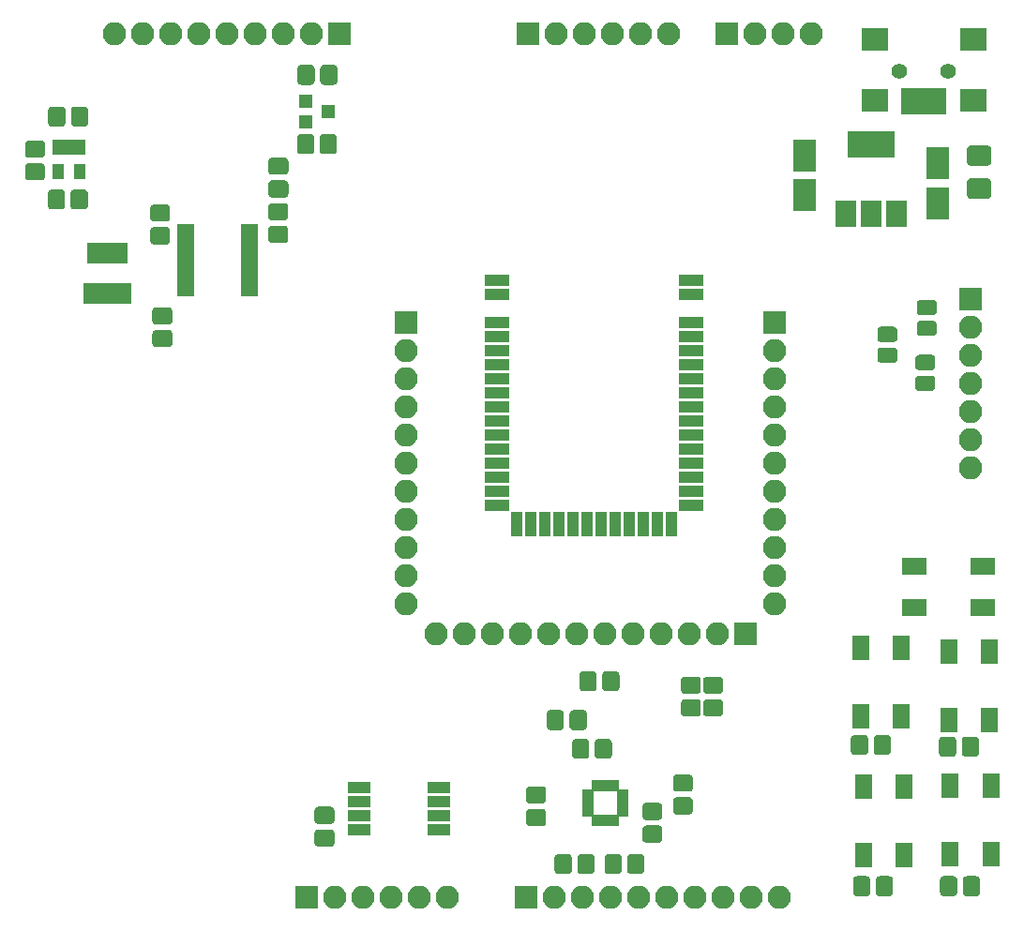
<source format=gbr>
G04 #@! TF.GenerationSoftware,KiCad,Pcbnew,(5.0.0)*
G04 #@! TF.CreationDate,2019-11-03T00:35:12+02:00*
G04 #@! TF.ProjectId,WatchBorad,5761746368426F7261642E6B69636164,rev?*
G04 #@! TF.SameCoordinates,Original*
G04 #@! TF.FileFunction,Soldermask,Top*
G04 #@! TF.FilePolarity,Negative*
%FSLAX46Y46*%
G04 Gerber Fmt 4.6, Leading zero omitted, Abs format (unit mm)*
G04 Created by KiCad (PCBNEW (5.0.0)) date 11/03/19 00:35:12*
%MOMM*%
%LPD*%
G01*
G04 APERTURE LIST*
%ADD10R,2.000000X3.000000*%
%ADD11R,0.700000X1.900000*%
%ADD12R,2.100000X2.100000*%
%ADD13O,2.100000X2.100000*%
%ADD14C,0.100000*%
%ADD15C,1.375000*%
%ADD16R,1.040000X0.620000*%
%ADD17R,0.620000X1.040000*%
%ADD18R,1.500000X2.200000*%
%ADD19C,1.550000*%
%ADD20R,1.900000X2.400000*%
%ADD21R,4.200000X2.400000*%
%ADD22R,2.200000X1.500000*%
%ADD23C,1.400000*%
%ADD24R,2.400000X2.100000*%
%ADD25R,0.900000X2.400000*%
%ADD26C,1.825000*%
%ADD27R,1.050000X1.460000*%
%ADD28R,1.300000X1.200000*%
%ADD29R,2.200000X1.100000*%
%ADD30R,1.100000X2.200000*%
%ADD31R,1.600000X0.800000*%
%ADD32R,2.010000X0.980000*%
G04 APERTURE END LIST*
D10*
G04 #@! TO.C,C6*
X117000000Y-83600000D03*
X117000000Y-80000000D03*
G04 #@! TD*
G04 #@! TO.C,C5*
X129000000Y-84328000D03*
X129000000Y-80728000D03*
G04 #@! TD*
D11*
G04 #@! TO.C,U2*
X52249000Y-92500000D03*
X52849000Y-92500000D03*
X53449000Y-92500000D03*
X54049000Y-92500000D03*
X54649000Y-92500000D03*
X55249000Y-92500000D03*
X55849000Y-92500000D03*
X52549000Y-88850000D03*
X53149000Y-88850000D03*
X53749000Y-88850000D03*
X54349000Y-88850000D03*
X54949000Y-88850000D03*
X55549000Y-88850000D03*
G04 #@! TD*
D12*
G04 #@! TO.C,J10*
X132000001Y-93011001D03*
D13*
X132000001Y-95551001D03*
X132000001Y-98091001D03*
X132000001Y-100631001D03*
X132000001Y-103171001D03*
X132000001Y-105711001D03*
X132000001Y-108251001D03*
G04 #@! TD*
D14*
G04 #@! TO.C,R14*
G36*
X128478943Y-98023155D02*
X128512312Y-98028105D01*
X128545035Y-98036302D01*
X128576797Y-98047666D01*
X128607293Y-98062090D01*
X128636227Y-98079432D01*
X128663323Y-98099528D01*
X128688318Y-98122182D01*
X128710972Y-98147177D01*
X128731068Y-98174273D01*
X128748410Y-98203207D01*
X128762834Y-98233703D01*
X128774198Y-98265465D01*
X128782395Y-98298188D01*
X128787345Y-98331557D01*
X128789000Y-98365250D01*
X128789000Y-99052750D01*
X128787345Y-99086443D01*
X128782395Y-99119812D01*
X128774198Y-99152535D01*
X128762834Y-99184297D01*
X128748410Y-99214793D01*
X128731068Y-99243727D01*
X128710972Y-99270823D01*
X128688318Y-99295818D01*
X128663323Y-99318472D01*
X128636227Y-99338568D01*
X128607293Y-99355910D01*
X128576797Y-99370334D01*
X128545035Y-99381698D01*
X128512312Y-99389895D01*
X128478943Y-99394845D01*
X128445250Y-99396500D01*
X127332750Y-99396500D01*
X127299057Y-99394845D01*
X127265688Y-99389895D01*
X127232965Y-99381698D01*
X127201203Y-99370334D01*
X127170707Y-99355910D01*
X127141773Y-99338568D01*
X127114677Y-99318472D01*
X127089682Y-99295818D01*
X127067028Y-99270823D01*
X127046932Y-99243727D01*
X127029590Y-99214793D01*
X127015166Y-99184297D01*
X127003802Y-99152535D01*
X126995605Y-99119812D01*
X126990655Y-99086443D01*
X126989000Y-99052750D01*
X126989000Y-98365250D01*
X126990655Y-98331557D01*
X126995605Y-98298188D01*
X127003802Y-98265465D01*
X127015166Y-98233703D01*
X127029590Y-98203207D01*
X127046932Y-98174273D01*
X127067028Y-98147177D01*
X127089682Y-98122182D01*
X127114677Y-98099528D01*
X127141773Y-98079432D01*
X127170707Y-98062090D01*
X127201203Y-98047666D01*
X127232965Y-98036302D01*
X127265688Y-98028105D01*
X127299057Y-98023155D01*
X127332750Y-98021500D01*
X128445250Y-98021500D01*
X128478943Y-98023155D01*
X128478943Y-98023155D01*
G37*
D15*
X127889000Y-98709000D03*
D14*
G36*
X128478943Y-99898155D02*
X128512312Y-99903105D01*
X128545035Y-99911302D01*
X128576797Y-99922666D01*
X128607293Y-99937090D01*
X128636227Y-99954432D01*
X128663323Y-99974528D01*
X128688318Y-99997182D01*
X128710972Y-100022177D01*
X128731068Y-100049273D01*
X128748410Y-100078207D01*
X128762834Y-100108703D01*
X128774198Y-100140465D01*
X128782395Y-100173188D01*
X128787345Y-100206557D01*
X128789000Y-100240250D01*
X128789000Y-100927750D01*
X128787345Y-100961443D01*
X128782395Y-100994812D01*
X128774198Y-101027535D01*
X128762834Y-101059297D01*
X128748410Y-101089793D01*
X128731068Y-101118727D01*
X128710972Y-101145823D01*
X128688318Y-101170818D01*
X128663323Y-101193472D01*
X128636227Y-101213568D01*
X128607293Y-101230910D01*
X128576797Y-101245334D01*
X128545035Y-101256698D01*
X128512312Y-101264895D01*
X128478943Y-101269845D01*
X128445250Y-101271500D01*
X127332750Y-101271500D01*
X127299057Y-101269845D01*
X127265688Y-101264895D01*
X127232965Y-101256698D01*
X127201203Y-101245334D01*
X127170707Y-101230910D01*
X127141773Y-101213568D01*
X127114677Y-101193472D01*
X127089682Y-101170818D01*
X127067028Y-101145823D01*
X127046932Y-101118727D01*
X127029590Y-101089793D01*
X127015166Y-101059297D01*
X127003802Y-101027535D01*
X126995605Y-100994812D01*
X126990655Y-100961443D01*
X126989000Y-100927750D01*
X126989000Y-100240250D01*
X126990655Y-100206557D01*
X126995605Y-100173188D01*
X127003802Y-100140465D01*
X127015166Y-100108703D01*
X127029590Y-100078207D01*
X127046932Y-100049273D01*
X127067028Y-100022177D01*
X127089682Y-99997182D01*
X127114677Y-99974528D01*
X127141773Y-99954432D01*
X127170707Y-99937090D01*
X127201203Y-99922666D01*
X127232965Y-99911302D01*
X127265688Y-99903105D01*
X127299057Y-99898155D01*
X127332750Y-99896500D01*
X128445250Y-99896500D01*
X128478943Y-99898155D01*
X128478943Y-99898155D01*
G37*
D15*
X127889000Y-100584000D03*
G04 #@! TD*
D14*
G04 #@! TO.C,R13*
G36*
X125049943Y-97358155D02*
X125083312Y-97363105D01*
X125116035Y-97371302D01*
X125147797Y-97382666D01*
X125178293Y-97397090D01*
X125207227Y-97414432D01*
X125234323Y-97434528D01*
X125259318Y-97457182D01*
X125281972Y-97482177D01*
X125302068Y-97509273D01*
X125319410Y-97538207D01*
X125333834Y-97568703D01*
X125345198Y-97600465D01*
X125353395Y-97633188D01*
X125358345Y-97666557D01*
X125360000Y-97700250D01*
X125360000Y-98387750D01*
X125358345Y-98421443D01*
X125353395Y-98454812D01*
X125345198Y-98487535D01*
X125333834Y-98519297D01*
X125319410Y-98549793D01*
X125302068Y-98578727D01*
X125281972Y-98605823D01*
X125259318Y-98630818D01*
X125234323Y-98653472D01*
X125207227Y-98673568D01*
X125178293Y-98690910D01*
X125147797Y-98705334D01*
X125116035Y-98716698D01*
X125083312Y-98724895D01*
X125049943Y-98729845D01*
X125016250Y-98731500D01*
X123903750Y-98731500D01*
X123870057Y-98729845D01*
X123836688Y-98724895D01*
X123803965Y-98716698D01*
X123772203Y-98705334D01*
X123741707Y-98690910D01*
X123712773Y-98673568D01*
X123685677Y-98653472D01*
X123660682Y-98630818D01*
X123638028Y-98605823D01*
X123617932Y-98578727D01*
X123600590Y-98549793D01*
X123586166Y-98519297D01*
X123574802Y-98487535D01*
X123566605Y-98454812D01*
X123561655Y-98421443D01*
X123560000Y-98387750D01*
X123560000Y-97700250D01*
X123561655Y-97666557D01*
X123566605Y-97633188D01*
X123574802Y-97600465D01*
X123586166Y-97568703D01*
X123600590Y-97538207D01*
X123617932Y-97509273D01*
X123638028Y-97482177D01*
X123660682Y-97457182D01*
X123685677Y-97434528D01*
X123712773Y-97414432D01*
X123741707Y-97397090D01*
X123772203Y-97382666D01*
X123803965Y-97371302D01*
X123836688Y-97363105D01*
X123870057Y-97358155D01*
X123903750Y-97356500D01*
X125016250Y-97356500D01*
X125049943Y-97358155D01*
X125049943Y-97358155D01*
G37*
D15*
X124460000Y-98044000D03*
D14*
G36*
X125049943Y-95483155D02*
X125083312Y-95488105D01*
X125116035Y-95496302D01*
X125147797Y-95507666D01*
X125178293Y-95522090D01*
X125207227Y-95539432D01*
X125234323Y-95559528D01*
X125259318Y-95582182D01*
X125281972Y-95607177D01*
X125302068Y-95634273D01*
X125319410Y-95663207D01*
X125333834Y-95693703D01*
X125345198Y-95725465D01*
X125353395Y-95758188D01*
X125358345Y-95791557D01*
X125360000Y-95825250D01*
X125360000Y-96512750D01*
X125358345Y-96546443D01*
X125353395Y-96579812D01*
X125345198Y-96612535D01*
X125333834Y-96644297D01*
X125319410Y-96674793D01*
X125302068Y-96703727D01*
X125281972Y-96730823D01*
X125259318Y-96755818D01*
X125234323Y-96778472D01*
X125207227Y-96798568D01*
X125178293Y-96815910D01*
X125147797Y-96830334D01*
X125116035Y-96841698D01*
X125083312Y-96849895D01*
X125049943Y-96854845D01*
X125016250Y-96856500D01*
X123903750Y-96856500D01*
X123870057Y-96854845D01*
X123836688Y-96849895D01*
X123803965Y-96841698D01*
X123772203Y-96830334D01*
X123741707Y-96815910D01*
X123712773Y-96798568D01*
X123685677Y-96778472D01*
X123660682Y-96755818D01*
X123638028Y-96730823D01*
X123617932Y-96703727D01*
X123600590Y-96674793D01*
X123586166Y-96644297D01*
X123574802Y-96612535D01*
X123566605Y-96579812D01*
X123561655Y-96546443D01*
X123560000Y-96512750D01*
X123560000Y-95825250D01*
X123561655Y-95791557D01*
X123566605Y-95758188D01*
X123574802Y-95725465D01*
X123586166Y-95693703D01*
X123600590Y-95663207D01*
X123617932Y-95634273D01*
X123638028Y-95607177D01*
X123660682Y-95582182D01*
X123685677Y-95559528D01*
X123712773Y-95539432D01*
X123741707Y-95522090D01*
X123772203Y-95507666D01*
X123803965Y-95496302D01*
X123836688Y-95488105D01*
X123870057Y-95483155D01*
X123903750Y-95481500D01*
X125016250Y-95481500D01*
X125049943Y-95483155D01*
X125049943Y-95483155D01*
G37*
D15*
X124460000Y-96169000D03*
G04 #@! TD*
D14*
G04 #@! TO.C,R12*
G36*
X128605943Y-93070155D02*
X128639312Y-93075105D01*
X128672035Y-93083302D01*
X128703797Y-93094666D01*
X128734293Y-93109090D01*
X128763227Y-93126432D01*
X128790323Y-93146528D01*
X128815318Y-93169182D01*
X128837972Y-93194177D01*
X128858068Y-93221273D01*
X128875410Y-93250207D01*
X128889834Y-93280703D01*
X128901198Y-93312465D01*
X128909395Y-93345188D01*
X128914345Y-93378557D01*
X128916000Y-93412250D01*
X128916000Y-94099750D01*
X128914345Y-94133443D01*
X128909395Y-94166812D01*
X128901198Y-94199535D01*
X128889834Y-94231297D01*
X128875410Y-94261793D01*
X128858068Y-94290727D01*
X128837972Y-94317823D01*
X128815318Y-94342818D01*
X128790323Y-94365472D01*
X128763227Y-94385568D01*
X128734293Y-94402910D01*
X128703797Y-94417334D01*
X128672035Y-94428698D01*
X128639312Y-94436895D01*
X128605943Y-94441845D01*
X128572250Y-94443500D01*
X127459750Y-94443500D01*
X127426057Y-94441845D01*
X127392688Y-94436895D01*
X127359965Y-94428698D01*
X127328203Y-94417334D01*
X127297707Y-94402910D01*
X127268773Y-94385568D01*
X127241677Y-94365472D01*
X127216682Y-94342818D01*
X127194028Y-94317823D01*
X127173932Y-94290727D01*
X127156590Y-94261793D01*
X127142166Y-94231297D01*
X127130802Y-94199535D01*
X127122605Y-94166812D01*
X127117655Y-94133443D01*
X127116000Y-94099750D01*
X127116000Y-93412250D01*
X127117655Y-93378557D01*
X127122605Y-93345188D01*
X127130802Y-93312465D01*
X127142166Y-93280703D01*
X127156590Y-93250207D01*
X127173932Y-93221273D01*
X127194028Y-93194177D01*
X127216682Y-93169182D01*
X127241677Y-93146528D01*
X127268773Y-93126432D01*
X127297707Y-93109090D01*
X127328203Y-93094666D01*
X127359965Y-93083302D01*
X127392688Y-93075105D01*
X127426057Y-93070155D01*
X127459750Y-93068500D01*
X128572250Y-93068500D01*
X128605943Y-93070155D01*
X128605943Y-93070155D01*
G37*
D15*
X128016000Y-93756000D03*
D14*
G36*
X128605943Y-94945155D02*
X128639312Y-94950105D01*
X128672035Y-94958302D01*
X128703797Y-94969666D01*
X128734293Y-94984090D01*
X128763227Y-95001432D01*
X128790323Y-95021528D01*
X128815318Y-95044182D01*
X128837972Y-95069177D01*
X128858068Y-95096273D01*
X128875410Y-95125207D01*
X128889834Y-95155703D01*
X128901198Y-95187465D01*
X128909395Y-95220188D01*
X128914345Y-95253557D01*
X128916000Y-95287250D01*
X128916000Y-95974750D01*
X128914345Y-96008443D01*
X128909395Y-96041812D01*
X128901198Y-96074535D01*
X128889834Y-96106297D01*
X128875410Y-96136793D01*
X128858068Y-96165727D01*
X128837972Y-96192823D01*
X128815318Y-96217818D01*
X128790323Y-96240472D01*
X128763227Y-96260568D01*
X128734293Y-96277910D01*
X128703797Y-96292334D01*
X128672035Y-96303698D01*
X128639312Y-96311895D01*
X128605943Y-96316845D01*
X128572250Y-96318500D01*
X127459750Y-96318500D01*
X127426057Y-96316845D01*
X127392688Y-96311895D01*
X127359965Y-96303698D01*
X127328203Y-96292334D01*
X127297707Y-96277910D01*
X127268773Y-96260568D01*
X127241677Y-96240472D01*
X127216682Y-96217818D01*
X127194028Y-96192823D01*
X127173932Y-96165727D01*
X127156590Y-96136793D01*
X127142166Y-96106297D01*
X127130802Y-96074535D01*
X127122605Y-96041812D01*
X127117655Y-96008443D01*
X127116000Y-95974750D01*
X127116000Y-95287250D01*
X127117655Y-95253557D01*
X127122605Y-95220188D01*
X127130802Y-95187465D01*
X127142166Y-95155703D01*
X127156590Y-95125207D01*
X127173932Y-95096273D01*
X127194028Y-95069177D01*
X127216682Y-95044182D01*
X127241677Y-95021528D01*
X127268773Y-95001432D01*
X127297707Y-94984090D01*
X127328203Y-94969666D01*
X127359965Y-94958302D01*
X127392688Y-94950105D01*
X127426057Y-94945155D01*
X127459750Y-94943500D01*
X128572250Y-94943500D01*
X128605943Y-94945155D01*
X128605943Y-94945155D01*
G37*
D15*
X128016000Y-95631000D03*
G04 #@! TD*
D12*
G04 #@! TO.C,J9*
X111633000Y-123190000D03*
D13*
X109093000Y-123190000D03*
X106553000Y-123190000D03*
X104013000Y-123190000D03*
X101473000Y-123190000D03*
X98933000Y-123190000D03*
X96393000Y-123190000D03*
X93853000Y-123190000D03*
X91313000Y-123190000D03*
X88773000Y-123190000D03*
X86233000Y-123190000D03*
X83693000Y-123190000D03*
G04 #@! TD*
D16*
G04 #@! TO.C,U8*
X97455000Y-137500000D03*
X97455000Y-137900000D03*
X97455000Y-138300000D03*
X97455000Y-138700000D03*
X97455000Y-139100000D03*
X97455000Y-139500000D03*
D17*
X98000000Y-140045000D03*
X98400000Y-140045000D03*
X98800000Y-140045000D03*
X99200000Y-140045000D03*
X99600000Y-140045000D03*
X100000000Y-140045000D03*
D16*
X100545000Y-139500000D03*
X100545000Y-139100000D03*
X100545000Y-138700000D03*
X100545000Y-138300000D03*
X100545000Y-137900000D03*
X100545000Y-137500000D03*
D17*
X100000000Y-136955000D03*
X99600000Y-136955000D03*
X99200000Y-136955000D03*
X98800000Y-136955000D03*
X98400000Y-136955000D03*
X98000000Y-136955000D03*
G04 #@! TD*
D18*
G04 #@! TO.C,SW4*
X130000000Y-131000000D03*
X130000000Y-124800000D03*
X133700000Y-131000000D03*
X133700000Y-124800000D03*
G04 #@! TD*
G04 #@! TO.C,SW3*
X130150000Y-143100000D03*
X130150000Y-136900000D03*
X133850000Y-143100000D03*
X133850000Y-136900000D03*
G04 #@! TD*
D14*
G04 #@! TO.C,R11*
G36*
X132421071Y-132501623D02*
X132453781Y-132506475D01*
X132485857Y-132514509D01*
X132516991Y-132525649D01*
X132546884Y-132539787D01*
X132575247Y-132556787D01*
X132601807Y-132576485D01*
X132626308Y-132598692D01*
X132648515Y-132623193D01*
X132668213Y-132649753D01*
X132685213Y-132678116D01*
X132699351Y-132708009D01*
X132710491Y-132739143D01*
X132718525Y-132771219D01*
X132723377Y-132803929D01*
X132725000Y-132836956D01*
X132725000Y-133963044D01*
X132723377Y-133996071D01*
X132718525Y-134028781D01*
X132710491Y-134060857D01*
X132699351Y-134091991D01*
X132685213Y-134121884D01*
X132668213Y-134150247D01*
X132648515Y-134176807D01*
X132626308Y-134201308D01*
X132601807Y-134223515D01*
X132575247Y-134243213D01*
X132546884Y-134260213D01*
X132516991Y-134274351D01*
X132485857Y-134285491D01*
X132453781Y-134293525D01*
X132421071Y-134298377D01*
X132388044Y-134300000D01*
X131511956Y-134300000D01*
X131478929Y-134298377D01*
X131446219Y-134293525D01*
X131414143Y-134285491D01*
X131383009Y-134274351D01*
X131353116Y-134260213D01*
X131324753Y-134243213D01*
X131298193Y-134223515D01*
X131273692Y-134201308D01*
X131251485Y-134176807D01*
X131231787Y-134150247D01*
X131214787Y-134121884D01*
X131200649Y-134091991D01*
X131189509Y-134060857D01*
X131181475Y-134028781D01*
X131176623Y-133996071D01*
X131175000Y-133963044D01*
X131175000Y-132836956D01*
X131176623Y-132803929D01*
X131181475Y-132771219D01*
X131189509Y-132739143D01*
X131200649Y-132708009D01*
X131214787Y-132678116D01*
X131231787Y-132649753D01*
X131251485Y-132623193D01*
X131273692Y-132598692D01*
X131298193Y-132576485D01*
X131324753Y-132556787D01*
X131353116Y-132539787D01*
X131383009Y-132525649D01*
X131414143Y-132514509D01*
X131446219Y-132506475D01*
X131478929Y-132501623D01*
X131511956Y-132500000D01*
X132388044Y-132500000D01*
X132421071Y-132501623D01*
X132421071Y-132501623D01*
G37*
D19*
X131950000Y-133400000D03*
D14*
G36*
X130371071Y-132501623D02*
X130403781Y-132506475D01*
X130435857Y-132514509D01*
X130466991Y-132525649D01*
X130496884Y-132539787D01*
X130525247Y-132556787D01*
X130551807Y-132576485D01*
X130576308Y-132598692D01*
X130598515Y-132623193D01*
X130618213Y-132649753D01*
X130635213Y-132678116D01*
X130649351Y-132708009D01*
X130660491Y-132739143D01*
X130668525Y-132771219D01*
X130673377Y-132803929D01*
X130675000Y-132836956D01*
X130675000Y-133963044D01*
X130673377Y-133996071D01*
X130668525Y-134028781D01*
X130660491Y-134060857D01*
X130649351Y-134091991D01*
X130635213Y-134121884D01*
X130618213Y-134150247D01*
X130598515Y-134176807D01*
X130576308Y-134201308D01*
X130551807Y-134223515D01*
X130525247Y-134243213D01*
X130496884Y-134260213D01*
X130466991Y-134274351D01*
X130435857Y-134285491D01*
X130403781Y-134293525D01*
X130371071Y-134298377D01*
X130338044Y-134300000D01*
X129461956Y-134300000D01*
X129428929Y-134298377D01*
X129396219Y-134293525D01*
X129364143Y-134285491D01*
X129333009Y-134274351D01*
X129303116Y-134260213D01*
X129274753Y-134243213D01*
X129248193Y-134223515D01*
X129223692Y-134201308D01*
X129201485Y-134176807D01*
X129181787Y-134150247D01*
X129164787Y-134121884D01*
X129150649Y-134091991D01*
X129139509Y-134060857D01*
X129131475Y-134028781D01*
X129126623Y-133996071D01*
X129125000Y-133963044D01*
X129125000Y-132836956D01*
X129126623Y-132803929D01*
X129131475Y-132771219D01*
X129139509Y-132739143D01*
X129150649Y-132708009D01*
X129164787Y-132678116D01*
X129181787Y-132649753D01*
X129201485Y-132623193D01*
X129223692Y-132598692D01*
X129248193Y-132576485D01*
X129274753Y-132556787D01*
X129303116Y-132539787D01*
X129333009Y-132525649D01*
X129364143Y-132514509D01*
X129396219Y-132506475D01*
X129428929Y-132501623D01*
X129461956Y-132500000D01*
X130338044Y-132500000D01*
X130371071Y-132501623D01*
X130371071Y-132501623D01*
G37*
D19*
X129900000Y-133400000D03*
G04 #@! TD*
D14*
G04 #@! TO.C,R10*
G36*
X130471071Y-145101623D02*
X130503781Y-145106475D01*
X130535857Y-145114509D01*
X130566991Y-145125649D01*
X130596884Y-145139787D01*
X130625247Y-145156787D01*
X130651807Y-145176485D01*
X130676308Y-145198692D01*
X130698515Y-145223193D01*
X130718213Y-145249753D01*
X130735213Y-145278116D01*
X130749351Y-145308009D01*
X130760491Y-145339143D01*
X130768525Y-145371219D01*
X130773377Y-145403929D01*
X130775000Y-145436956D01*
X130775000Y-146563044D01*
X130773377Y-146596071D01*
X130768525Y-146628781D01*
X130760491Y-146660857D01*
X130749351Y-146691991D01*
X130735213Y-146721884D01*
X130718213Y-146750247D01*
X130698515Y-146776807D01*
X130676308Y-146801308D01*
X130651807Y-146823515D01*
X130625247Y-146843213D01*
X130596884Y-146860213D01*
X130566991Y-146874351D01*
X130535857Y-146885491D01*
X130503781Y-146893525D01*
X130471071Y-146898377D01*
X130438044Y-146900000D01*
X129561956Y-146900000D01*
X129528929Y-146898377D01*
X129496219Y-146893525D01*
X129464143Y-146885491D01*
X129433009Y-146874351D01*
X129403116Y-146860213D01*
X129374753Y-146843213D01*
X129348193Y-146823515D01*
X129323692Y-146801308D01*
X129301485Y-146776807D01*
X129281787Y-146750247D01*
X129264787Y-146721884D01*
X129250649Y-146691991D01*
X129239509Y-146660857D01*
X129231475Y-146628781D01*
X129226623Y-146596071D01*
X129225000Y-146563044D01*
X129225000Y-145436956D01*
X129226623Y-145403929D01*
X129231475Y-145371219D01*
X129239509Y-145339143D01*
X129250649Y-145308009D01*
X129264787Y-145278116D01*
X129281787Y-145249753D01*
X129301485Y-145223193D01*
X129323692Y-145198692D01*
X129348193Y-145176485D01*
X129374753Y-145156787D01*
X129403116Y-145139787D01*
X129433009Y-145125649D01*
X129464143Y-145114509D01*
X129496219Y-145106475D01*
X129528929Y-145101623D01*
X129561956Y-145100000D01*
X130438044Y-145100000D01*
X130471071Y-145101623D01*
X130471071Y-145101623D01*
G37*
D19*
X130000000Y-146000000D03*
D14*
G36*
X132521071Y-145101623D02*
X132553781Y-145106475D01*
X132585857Y-145114509D01*
X132616991Y-145125649D01*
X132646884Y-145139787D01*
X132675247Y-145156787D01*
X132701807Y-145176485D01*
X132726308Y-145198692D01*
X132748515Y-145223193D01*
X132768213Y-145249753D01*
X132785213Y-145278116D01*
X132799351Y-145308009D01*
X132810491Y-145339143D01*
X132818525Y-145371219D01*
X132823377Y-145403929D01*
X132825000Y-145436956D01*
X132825000Y-146563044D01*
X132823377Y-146596071D01*
X132818525Y-146628781D01*
X132810491Y-146660857D01*
X132799351Y-146691991D01*
X132785213Y-146721884D01*
X132768213Y-146750247D01*
X132748515Y-146776807D01*
X132726308Y-146801308D01*
X132701807Y-146823515D01*
X132675247Y-146843213D01*
X132646884Y-146860213D01*
X132616991Y-146874351D01*
X132585857Y-146885491D01*
X132553781Y-146893525D01*
X132521071Y-146898377D01*
X132488044Y-146900000D01*
X131611956Y-146900000D01*
X131578929Y-146898377D01*
X131546219Y-146893525D01*
X131514143Y-146885491D01*
X131483009Y-146874351D01*
X131453116Y-146860213D01*
X131424753Y-146843213D01*
X131398193Y-146823515D01*
X131373692Y-146801308D01*
X131351485Y-146776807D01*
X131331787Y-146750247D01*
X131314787Y-146721884D01*
X131300649Y-146691991D01*
X131289509Y-146660857D01*
X131281475Y-146628781D01*
X131276623Y-146596071D01*
X131275000Y-146563044D01*
X131275000Y-145436956D01*
X131276623Y-145403929D01*
X131281475Y-145371219D01*
X131289509Y-145339143D01*
X131300649Y-145308009D01*
X131314787Y-145278116D01*
X131331787Y-145249753D01*
X131351485Y-145223193D01*
X131373692Y-145198692D01*
X131398193Y-145176485D01*
X131424753Y-145156787D01*
X131453116Y-145139787D01*
X131483009Y-145125649D01*
X131514143Y-145114509D01*
X131546219Y-145106475D01*
X131578929Y-145101623D01*
X131611956Y-145100000D01*
X132488044Y-145100000D01*
X132521071Y-145101623D01*
X132521071Y-145101623D01*
G37*
D19*
X132050000Y-146000000D03*
G04 #@! TD*
D12*
G04 #@! TO.C,J8*
X114300000Y-95100000D03*
D13*
X114300000Y-97640000D03*
X114300000Y-100180000D03*
X114300000Y-102720000D03*
X114300000Y-105260000D03*
X114300000Y-107800000D03*
X114300000Y-110340000D03*
X114300000Y-112880000D03*
X114300000Y-115420000D03*
X114300000Y-117960000D03*
X114300000Y-120500000D03*
G04 #@! TD*
D12*
G04 #@! TO.C,J7*
X81000000Y-95100000D03*
D13*
X81000000Y-97640000D03*
X81000000Y-100180000D03*
X81000000Y-102720000D03*
X81000000Y-105260000D03*
X81000000Y-107800000D03*
X81000000Y-110340000D03*
X81000000Y-112880000D03*
X81000000Y-115420000D03*
X81000000Y-117960000D03*
X81000000Y-120500000D03*
G04 #@! TD*
D20*
G04 #@! TO.C,U4*
X120700000Y-85300000D03*
X125300000Y-85300000D03*
X123000000Y-85300000D03*
D21*
X123000000Y-79000000D03*
G04 #@! TD*
D22*
G04 #@! TO.C,RESET1*
X133100000Y-120850000D03*
X126900000Y-120850000D03*
X133100000Y-117150000D03*
X126900000Y-117150000D03*
G04 #@! TD*
D14*
G04 #@! TO.C,R3*
G36*
X107329071Y-129127623D02*
X107361781Y-129132475D01*
X107393857Y-129140509D01*
X107424991Y-129151649D01*
X107454884Y-129165787D01*
X107483247Y-129182787D01*
X107509807Y-129202485D01*
X107534308Y-129224692D01*
X107556515Y-129249193D01*
X107576213Y-129275753D01*
X107593213Y-129304116D01*
X107607351Y-129334009D01*
X107618491Y-129365143D01*
X107626525Y-129397219D01*
X107631377Y-129429929D01*
X107633000Y-129462956D01*
X107633000Y-130339044D01*
X107631377Y-130372071D01*
X107626525Y-130404781D01*
X107618491Y-130436857D01*
X107607351Y-130467991D01*
X107593213Y-130497884D01*
X107576213Y-130526247D01*
X107556515Y-130552807D01*
X107534308Y-130577308D01*
X107509807Y-130599515D01*
X107483247Y-130619213D01*
X107454884Y-130636213D01*
X107424991Y-130650351D01*
X107393857Y-130661491D01*
X107361781Y-130669525D01*
X107329071Y-130674377D01*
X107296044Y-130676000D01*
X106169956Y-130676000D01*
X106136929Y-130674377D01*
X106104219Y-130669525D01*
X106072143Y-130661491D01*
X106041009Y-130650351D01*
X106011116Y-130636213D01*
X105982753Y-130619213D01*
X105956193Y-130599515D01*
X105931692Y-130577308D01*
X105909485Y-130552807D01*
X105889787Y-130526247D01*
X105872787Y-130497884D01*
X105858649Y-130467991D01*
X105847509Y-130436857D01*
X105839475Y-130404781D01*
X105834623Y-130372071D01*
X105833000Y-130339044D01*
X105833000Y-129462956D01*
X105834623Y-129429929D01*
X105839475Y-129397219D01*
X105847509Y-129365143D01*
X105858649Y-129334009D01*
X105872787Y-129304116D01*
X105889787Y-129275753D01*
X105909485Y-129249193D01*
X105931692Y-129224692D01*
X105956193Y-129202485D01*
X105982753Y-129182787D01*
X106011116Y-129165787D01*
X106041009Y-129151649D01*
X106072143Y-129140509D01*
X106104219Y-129132475D01*
X106136929Y-129127623D01*
X106169956Y-129126000D01*
X107296044Y-129126000D01*
X107329071Y-129127623D01*
X107329071Y-129127623D01*
G37*
D19*
X106733000Y-129901000D03*
D14*
G36*
X107329071Y-127077623D02*
X107361781Y-127082475D01*
X107393857Y-127090509D01*
X107424991Y-127101649D01*
X107454884Y-127115787D01*
X107483247Y-127132787D01*
X107509807Y-127152485D01*
X107534308Y-127174692D01*
X107556515Y-127199193D01*
X107576213Y-127225753D01*
X107593213Y-127254116D01*
X107607351Y-127284009D01*
X107618491Y-127315143D01*
X107626525Y-127347219D01*
X107631377Y-127379929D01*
X107633000Y-127412956D01*
X107633000Y-128289044D01*
X107631377Y-128322071D01*
X107626525Y-128354781D01*
X107618491Y-128386857D01*
X107607351Y-128417991D01*
X107593213Y-128447884D01*
X107576213Y-128476247D01*
X107556515Y-128502807D01*
X107534308Y-128527308D01*
X107509807Y-128549515D01*
X107483247Y-128569213D01*
X107454884Y-128586213D01*
X107424991Y-128600351D01*
X107393857Y-128611491D01*
X107361781Y-128619525D01*
X107329071Y-128624377D01*
X107296044Y-128626000D01*
X106169956Y-128626000D01*
X106136929Y-128624377D01*
X106104219Y-128619525D01*
X106072143Y-128611491D01*
X106041009Y-128600351D01*
X106011116Y-128586213D01*
X105982753Y-128569213D01*
X105956193Y-128549515D01*
X105931692Y-128527308D01*
X105909485Y-128502807D01*
X105889787Y-128476247D01*
X105872787Y-128447884D01*
X105858649Y-128417991D01*
X105847509Y-128386857D01*
X105839475Y-128354781D01*
X105834623Y-128322071D01*
X105833000Y-128289044D01*
X105833000Y-127412956D01*
X105834623Y-127379929D01*
X105839475Y-127347219D01*
X105847509Y-127315143D01*
X105858649Y-127284009D01*
X105872787Y-127254116D01*
X105889787Y-127225753D01*
X105909485Y-127199193D01*
X105931692Y-127174692D01*
X105956193Y-127152485D01*
X105982753Y-127132787D01*
X106011116Y-127115787D01*
X106041009Y-127101649D01*
X106072143Y-127090509D01*
X106104219Y-127082475D01*
X106136929Y-127077623D01*
X106169956Y-127076000D01*
X107296044Y-127076000D01*
X107329071Y-127077623D01*
X107329071Y-127077623D01*
G37*
D19*
X106733000Y-127851000D03*
G04 #@! TD*
D14*
G04 #@! TO.C,D1*
G36*
X109329071Y-129127623D02*
X109361781Y-129132475D01*
X109393857Y-129140509D01*
X109424991Y-129151649D01*
X109454884Y-129165787D01*
X109483247Y-129182787D01*
X109509807Y-129202485D01*
X109534308Y-129224692D01*
X109556515Y-129249193D01*
X109576213Y-129275753D01*
X109593213Y-129304116D01*
X109607351Y-129334009D01*
X109618491Y-129365143D01*
X109626525Y-129397219D01*
X109631377Y-129429929D01*
X109633000Y-129462956D01*
X109633000Y-130339044D01*
X109631377Y-130372071D01*
X109626525Y-130404781D01*
X109618491Y-130436857D01*
X109607351Y-130467991D01*
X109593213Y-130497884D01*
X109576213Y-130526247D01*
X109556515Y-130552807D01*
X109534308Y-130577308D01*
X109509807Y-130599515D01*
X109483247Y-130619213D01*
X109454884Y-130636213D01*
X109424991Y-130650351D01*
X109393857Y-130661491D01*
X109361781Y-130669525D01*
X109329071Y-130674377D01*
X109296044Y-130676000D01*
X108169956Y-130676000D01*
X108136929Y-130674377D01*
X108104219Y-130669525D01*
X108072143Y-130661491D01*
X108041009Y-130650351D01*
X108011116Y-130636213D01*
X107982753Y-130619213D01*
X107956193Y-130599515D01*
X107931692Y-130577308D01*
X107909485Y-130552807D01*
X107889787Y-130526247D01*
X107872787Y-130497884D01*
X107858649Y-130467991D01*
X107847509Y-130436857D01*
X107839475Y-130404781D01*
X107834623Y-130372071D01*
X107833000Y-130339044D01*
X107833000Y-129462956D01*
X107834623Y-129429929D01*
X107839475Y-129397219D01*
X107847509Y-129365143D01*
X107858649Y-129334009D01*
X107872787Y-129304116D01*
X107889787Y-129275753D01*
X107909485Y-129249193D01*
X107931692Y-129224692D01*
X107956193Y-129202485D01*
X107982753Y-129182787D01*
X108011116Y-129165787D01*
X108041009Y-129151649D01*
X108072143Y-129140509D01*
X108104219Y-129132475D01*
X108136929Y-129127623D01*
X108169956Y-129126000D01*
X109296044Y-129126000D01*
X109329071Y-129127623D01*
X109329071Y-129127623D01*
G37*
D19*
X108733000Y-129901000D03*
D14*
G36*
X109329071Y-127077623D02*
X109361781Y-127082475D01*
X109393857Y-127090509D01*
X109424991Y-127101649D01*
X109454884Y-127115787D01*
X109483247Y-127132787D01*
X109509807Y-127152485D01*
X109534308Y-127174692D01*
X109556515Y-127199193D01*
X109576213Y-127225753D01*
X109593213Y-127254116D01*
X109607351Y-127284009D01*
X109618491Y-127315143D01*
X109626525Y-127347219D01*
X109631377Y-127379929D01*
X109633000Y-127412956D01*
X109633000Y-128289044D01*
X109631377Y-128322071D01*
X109626525Y-128354781D01*
X109618491Y-128386857D01*
X109607351Y-128417991D01*
X109593213Y-128447884D01*
X109576213Y-128476247D01*
X109556515Y-128502807D01*
X109534308Y-128527308D01*
X109509807Y-128549515D01*
X109483247Y-128569213D01*
X109454884Y-128586213D01*
X109424991Y-128600351D01*
X109393857Y-128611491D01*
X109361781Y-128619525D01*
X109329071Y-128624377D01*
X109296044Y-128626000D01*
X108169956Y-128626000D01*
X108136929Y-128624377D01*
X108104219Y-128619525D01*
X108072143Y-128611491D01*
X108041009Y-128600351D01*
X108011116Y-128586213D01*
X107982753Y-128569213D01*
X107956193Y-128549515D01*
X107931692Y-128527308D01*
X107909485Y-128502807D01*
X107889787Y-128476247D01*
X107872787Y-128447884D01*
X107858649Y-128417991D01*
X107847509Y-128386857D01*
X107839475Y-128354781D01*
X107834623Y-128322071D01*
X107833000Y-128289044D01*
X107833000Y-127412956D01*
X107834623Y-127379929D01*
X107839475Y-127347219D01*
X107847509Y-127315143D01*
X107858649Y-127284009D01*
X107872787Y-127254116D01*
X107889787Y-127225753D01*
X107909485Y-127199193D01*
X107931692Y-127174692D01*
X107956193Y-127152485D01*
X107982753Y-127132787D01*
X108011116Y-127115787D01*
X108041009Y-127101649D01*
X108072143Y-127090509D01*
X108104219Y-127082475D01*
X108136929Y-127077623D01*
X108169956Y-127076000D01*
X109296044Y-127076000D01*
X109329071Y-127077623D01*
X109329071Y-127077623D01*
G37*
D19*
X108733000Y-127851000D03*
G04 #@! TD*
D18*
G04 #@! TO.C,SW2*
X122050000Y-130700000D03*
X122050000Y-124500000D03*
X125750000Y-130700000D03*
X125750000Y-124500000D03*
G04 #@! TD*
G04 #@! TO.C,SW1*
X122300000Y-143200000D03*
X122300000Y-137000000D03*
X126000000Y-143200000D03*
X126000000Y-137000000D03*
G04 #@! TD*
D14*
G04 #@! TO.C,R9*
G36*
X122421071Y-132351623D02*
X122453781Y-132356475D01*
X122485857Y-132364509D01*
X122516991Y-132375649D01*
X122546884Y-132389787D01*
X122575247Y-132406787D01*
X122601807Y-132426485D01*
X122626308Y-132448692D01*
X122648515Y-132473193D01*
X122668213Y-132499753D01*
X122685213Y-132528116D01*
X122699351Y-132558009D01*
X122710491Y-132589143D01*
X122718525Y-132621219D01*
X122723377Y-132653929D01*
X122725000Y-132686956D01*
X122725000Y-133813044D01*
X122723377Y-133846071D01*
X122718525Y-133878781D01*
X122710491Y-133910857D01*
X122699351Y-133941991D01*
X122685213Y-133971884D01*
X122668213Y-134000247D01*
X122648515Y-134026807D01*
X122626308Y-134051308D01*
X122601807Y-134073515D01*
X122575247Y-134093213D01*
X122546884Y-134110213D01*
X122516991Y-134124351D01*
X122485857Y-134135491D01*
X122453781Y-134143525D01*
X122421071Y-134148377D01*
X122388044Y-134150000D01*
X121511956Y-134150000D01*
X121478929Y-134148377D01*
X121446219Y-134143525D01*
X121414143Y-134135491D01*
X121383009Y-134124351D01*
X121353116Y-134110213D01*
X121324753Y-134093213D01*
X121298193Y-134073515D01*
X121273692Y-134051308D01*
X121251485Y-134026807D01*
X121231787Y-134000247D01*
X121214787Y-133971884D01*
X121200649Y-133941991D01*
X121189509Y-133910857D01*
X121181475Y-133878781D01*
X121176623Y-133846071D01*
X121175000Y-133813044D01*
X121175000Y-132686956D01*
X121176623Y-132653929D01*
X121181475Y-132621219D01*
X121189509Y-132589143D01*
X121200649Y-132558009D01*
X121214787Y-132528116D01*
X121231787Y-132499753D01*
X121251485Y-132473193D01*
X121273692Y-132448692D01*
X121298193Y-132426485D01*
X121324753Y-132406787D01*
X121353116Y-132389787D01*
X121383009Y-132375649D01*
X121414143Y-132364509D01*
X121446219Y-132356475D01*
X121478929Y-132351623D01*
X121511956Y-132350000D01*
X122388044Y-132350000D01*
X122421071Y-132351623D01*
X122421071Y-132351623D01*
G37*
D19*
X121950000Y-133250000D03*
D14*
G36*
X124471071Y-132351623D02*
X124503781Y-132356475D01*
X124535857Y-132364509D01*
X124566991Y-132375649D01*
X124596884Y-132389787D01*
X124625247Y-132406787D01*
X124651807Y-132426485D01*
X124676308Y-132448692D01*
X124698515Y-132473193D01*
X124718213Y-132499753D01*
X124735213Y-132528116D01*
X124749351Y-132558009D01*
X124760491Y-132589143D01*
X124768525Y-132621219D01*
X124773377Y-132653929D01*
X124775000Y-132686956D01*
X124775000Y-133813044D01*
X124773377Y-133846071D01*
X124768525Y-133878781D01*
X124760491Y-133910857D01*
X124749351Y-133941991D01*
X124735213Y-133971884D01*
X124718213Y-134000247D01*
X124698515Y-134026807D01*
X124676308Y-134051308D01*
X124651807Y-134073515D01*
X124625247Y-134093213D01*
X124596884Y-134110213D01*
X124566991Y-134124351D01*
X124535857Y-134135491D01*
X124503781Y-134143525D01*
X124471071Y-134148377D01*
X124438044Y-134150000D01*
X123561956Y-134150000D01*
X123528929Y-134148377D01*
X123496219Y-134143525D01*
X123464143Y-134135491D01*
X123433009Y-134124351D01*
X123403116Y-134110213D01*
X123374753Y-134093213D01*
X123348193Y-134073515D01*
X123323692Y-134051308D01*
X123301485Y-134026807D01*
X123281787Y-134000247D01*
X123264787Y-133971884D01*
X123250649Y-133941991D01*
X123239509Y-133910857D01*
X123231475Y-133878781D01*
X123226623Y-133846071D01*
X123225000Y-133813044D01*
X123225000Y-132686956D01*
X123226623Y-132653929D01*
X123231475Y-132621219D01*
X123239509Y-132589143D01*
X123250649Y-132558009D01*
X123264787Y-132528116D01*
X123281787Y-132499753D01*
X123301485Y-132473193D01*
X123323692Y-132448692D01*
X123348193Y-132426485D01*
X123374753Y-132406787D01*
X123403116Y-132389787D01*
X123433009Y-132375649D01*
X123464143Y-132364509D01*
X123496219Y-132356475D01*
X123528929Y-132351623D01*
X123561956Y-132350000D01*
X124438044Y-132350000D01*
X124471071Y-132351623D01*
X124471071Y-132351623D01*
G37*
D19*
X124000000Y-133250000D03*
G04 #@! TD*
D14*
G04 #@! TO.C,R8*
G36*
X122621071Y-145101623D02*
X122653781Y-145106475D01*
X122685857Y-145114509D01*
X122716991Y-145125649D01*
X122746884Y-145139787D01*
X122775247Y-145156787D01*
X122801807Y-145176485D01*
X122826308Y-145198692D01*
X122848515Y-145223193D01*
X122868213Y-145249753D01*
X122885213Y-145278116D01*
X122899351Y-145308009D01*
X122910491Y-145339143D01*
X122918525Y-145371219D01*
X122923377Y-145403929D01*
X122925000Y-145436956D01*
X122925000Y-146563044D01*
X122923377Y-146596071D01*
X122918525Y-146628781D01*
X122910491Y-146660857D01*
X122899351Y-146691991D01*
X122885213Y-146721884D01*
X122868213Y-146750247D01*
X122848515Y-146776807D01*
X122826308Y-146801308D01*
X122801807Y-146823515D01*
X122775247Y-146843213D01*
X122746884Y-146860213D01*
X122716991Y-146874351D01*
X122685857Y-146885491D01*
X122653781Y-146893525D01*
X122621071Y-146898377D01*
X122588044Y-146900000D01*
X121711956Y-146900000D01*
X121678929Y-146898377D01*
X121646219Y-146893525D01*
X121614143Y-146885491D01*
X121583009Y-146874351D01*
X121553116Y-146860213D01*
X121524753Y-146843213D01*
X121498193Y-146823515D01*
X121473692Y-146801308D01*
X121451485Y-146776807D01*
X121431787Y-146750247D01*
X121414787Y-146721884D01*
X121400649Y-146691991D01*
X121389509Y-146660857D01*
X121381475Y-146628781D01*
X121376623Y-146596071D01*
X121375000Y-146563044D01*
X121375000Y-145436956D01*
X121376623Y-145403929D01*
X121381475Y-145371219D01*
X121389509Y-145339143D01*
X121400649Y-145308009D01*
X121414787Y-145278116D01*
X121431787Y-145249753D01*
X121451485Y-145223193D01*
X121473692Y-145198692D01*
X121498193Y-145176485D01*
X121524753Y-145156787D01*
X121553116Y-145139787D01*
X121583009Y-145125649D01*
X121614143Y-145114509D01*
X121646219Y-145106475D01*
X121678929Y-145101623D01*
X121711956Y-145100000D01*
X122588044Y-145100000D01*
X122621071Y-145101623D01*
X122621071Y-145101623D01*
G37*
D19*
X122150000Y-146000000D03*
D14*
G36*
X124671071Y-145101623D02*
X124703781Y-145106475D01*
X124735857Y-145114509D01*
X124766991Y-145125649D01*
X124796884Y-145139787D01*
X124825247Y-145156787D01*
X124851807Y-145176485D01*
X124876308Y-145198692D01*
X124898515Y-145223193D01*
X124918213Y-145249753D01*
X124935213Y-145278116D01*
X124949351Y-145308009D01*
X124960491Y-145339143D01*
X124968525Y-145371219D01*
X124973377Y-145403929D01*
X124975000Y-145436956D01*
X124975000Y-146563044D01*
X124973377Y-146596071D01*
X124968525Y-146628781D01*
X124960491Y-146660857D01*
X124949351Y-146691991D01*
X124935213Y-146721884D01*
X124918213Y-146750247D01*
X124898515Y-146776807D01*
X124876308Y-146801308D01*
X124851807Y-146823515D01*
X124825247Y-146843213D01*
X124796884Y-146860213D01*
X124766991Y-146874351D01*
X124735857Y-146885491D01*
X124703781Y-146893525D01*
X124671071Y-146898377D01*
X124638044Y-146900000D01*
X123761956Y-146900000D01*
X123728929Y-146898377D01*
X123696219Y-146893525D01*
X123664143Y-146885491D01*
X123633009Y-146874351D01*
X123603116Y-146860213D01*
X123574753Y-146843213D01*
X123548193Y-146823515D01*
X123523692Y-146801308D01*
X123501485Y-146776807D01*
X123481787Y-146750247D01*
X123464787Y-146721884D01*
X123450649Y-146691991D01*
X123439509Y-146660857D01*
X123431475Y-146628781D01*
X123426623Y-146596071D01*
X123425000Y-146563044D01*
X123425000Y-145436956D01*
X123426623Y-145403929D01*
X123431475Y-145371219D01*
X123439509Y-145339143D01*
X123450649Y-145308009D01*
X123464787Y-145278116D01*
X123481787Y-145249753D01*
X123501485Y-145223193D01*
X123523692Y-145198692D01*
X123548193Y-145176485D01*
X123574753Y-145156787D01*
X123603116Y-145139787D01*
X123633009Y-145125649D01*
X123664143Y-145114509D01*
X123696219Y-145106475D01*
X123728929Y-145101623D01*
X123761956Y-145100000D01*
X124638044Y-145100000D01*
X124671071Y-145101623D01*
X124671071Y-145101623D01*
G37*
D19*
X124200000Y-146000000D03*
G04 #@! TD*
D13*
G04 #@! TO.C,J6*
X117620000Y-69000000D03*
X115080000Y-69000000D03*
X112540000Y-69000000D03*
D12*
X110000000Y-69000000D03*
G04 #@! TD*
D13*
G04 #@! TO.C,J5*
X84700000Y-147000000D03*
X82160000Y-147000000D03*
X79620000Y-147000000D03*
X77080000Y-147000000D03*
X74540000Y-147000000D03*
D12*
X72000000Y-147000000D03*
G04 #@! TD*
D14*
G04 #@! TO.C,C4*
G36*
X49921071Y-83101623D02*
X49953781Y-83106475D01*
X49985857Y-83114509D01*
X50016991Y-83125649D01*
X50046884Y-83139787D01*
X50075247Y-83156787D01*
X50101807Y-83176485D01*
X50126308Y-83198692D01*
X50148515Y-83223193D01*
X50168213Y-83249753D01*
X50185213Y-83278116D01*
X50199351Y-83308009D01*
X50210491Y-83339143D01*
X50218525Y-83371219D01*
X50223377Y-83403929D01*
X50225000Y-83436956D01*
X50225000Y-84563044D01*
X50223377Y-84596071D01*
X50218525Y-84628781D01*
X50210491Y-84660857D01*
X50199351Y-84691991D01*
X50185213Y-84721884D01*
X50168213Y-84750247D01*
X50148515Y-84776807D01*
X50126308Y-84801308D01*
X50101807Y-84823515D01*
X50075247Y-84843213D01*
X50046884Y-84860213D01*
X50016991Y-84874351D01*
X49985857Y-84885491D01*
X49953781Y-84893525D01*
X49921071Y-84898377D01*
X49888044Y-84900000D01*
X49011956Y-84900000D01*
X48978929Y-84898377D01*
X48946219Y-84893525D01*
X48914143Y-84885491D01*
X48883009Y-84874351D01*
X48853116Y-84860213D01*
X48824753Y-84843213D01*
X48798193Y-84823515D01*
X48773692Y-84801308D01*
X48751485Y-84776807D01*
X48731787Y-84750247D01*
X48714787Y-84721884D01*
X48700649Y-84691991D01*
X48689509Y-84660857D01*
X48681475Y-84628781D01*
X48676623Y-84596071D01*
X48675000Y-84563044D01*
X48675000Y-83436956D01*
X48676623Y-83403929D01*
X48681475Y-83371219D01*
X48689509Y-83339143D01*
X48700649Y-83308009D01*
X48714787Y-83278116D01*
X48731787Y-83249753D01*
X48751485Y-83223193D01*
X48773692Y-83198692D01*
X48798193Y-83176485D01*
X48824753Y-83156787D01*
X48853116Y-83139787D01*
X48883009Y-83125649D01*
X48914143Y-83114509D01*
X48946219Y-83106475D01*
X48978929Y-83101623D01*
X49011956Y-83100000D01*
X49888044Y-83100000D01*
X49921071Y-83101623D01*
X49921071Y-83101623D01*
G37*
D19*
X49450000Y-84000000D03*
D14*
G36*
X51971071Y-83101623D02*
X52003781Y-83106475D01*
X52035857Y-83114509D01*
X52066991Y-83125649D01*
X52096884Y-83139787D01*
X52125247Y-83156787D01*
X52151807Y-83176485D01*
X52176308Y-83198692D01*
X52198515Y-83223193D01*
X52218213Y-83249753D01*
X52235213Y-83278116D01*
X52249351Y-83308009D01*
X52260491Y-83339143D01*
X52268525Y-83371219D01*
X52273377Y-83403929D01*
X52275000Y-83436956D01*
X52275000Y-84563044D01*
X52273377Y-84596071D01*
X52268525Y-84628781D01*
X52260491Y-84660857D01*
X52249351Y-84691991D01*
X52235213Y-84721884D01*
X52218213Y-84750247D01*
X52198515Y-84776807D01*
X52176308Y-84801308D01*
X52151807Y-84823515D01*
X52125247Y-84843213D01*
X52096884Y-84860213D01*
X52066991Y-84874351D01*
X52035857Y-84885491D01*
X52003781Y-84893525D01*
X51971071Y-84898377D01*
X51938044Y-84900000D01*
X51061956Y-84900000D01*
X51028929Y-84898377D01*
X50996219Y-84893525D01*
X50964143Y-84885491D01*
X50933009Y-84874351D01*
X50903116Y-84860213D01*
X50874753Y-84843213D01*
X50848193Y-84823515D01*
X50823692Y-84801308D01*
X50801485Y-84776807D01*
X50781787Y-84750247D01*
X50764787Y-84721884D01*
X50750649Y-84691991D01*
X50739509Y-84660857D01*
X50731475Y-84628781D01*
X50726623Y-84596071D01*
X50725000Y-84563044D01*
X50725000Y-83436956D01*
X50726623Y-83403929D01*
X50731475Y-83371219D01*
X50739509Y-83339143D01*
X50750649Y-83308009D01*
X50764787Y-83278116D01*
X50781787Y-83249753D01*
X50801485Y-83223193D01*
X50823692Y-83198692D01*
X50848193Y-83176485D01*
X50874753Y-83156787D01*
X50903116Y-83139787D01*
X50933009Y-83125649D01*
X50964143Y-83114509D01*
X50996219Y-83106475D01*
X51028929Y-83101623D01*
X51061956Y-83100000D01*
X51938044Y-83100000D01*
X51971071Y-83101623D01*
X51971071Y-83101623D01*
G37*
D19*
X51500000Y-84000000D03*
G04 #@! TD*
D23*
G04 #@! TO.C,J3*
X125550000Y-72400000D03*
X129950000Y-72400000D03*
D24*
X123300000Y-69550000D03*
X123300000Y-75000000D03*
X132200000Y-69550000D03*
X132200000Y-75000000D03*
D25*
X126150000Y-75100000D03*
X126950000Y-75100000D03*
X127750000Y-75100000D03*
X128550000Y-75100000D03*
X129350000Y-75100000D03*
G04 #@! TD*
D14*
G04 #@! TO.C,R7*
G36*
X103846071Y-140526623D02*
X103878781Y-140531475D01*
X103910857Y-140539509D01*
X103941991Y-140550649D01*
X103971884Y-140564787D01*
X104000247Y-140581787D01*
X104026807Y-140601485D01*
X104051308Y-140623692D01*
X104073515Y-140648193D01*
X104093213Y-140674753D01*
X104110213Y-140703116D01*
X104124351Y-140733009D01*
X104135491Y-140764143D01*
X104143525Y-140796219D01*
X104148377Y-140828929D01*
X104150000Y-140861956D01*
X104150000Y-141738044D01*
X104148377Y-141771071D01*
X104143525Y-141803781D01*
X104135491Y-141835857D01*
X104124351Y-141866991D01*
X104110213Y-141896884D01*
X104093213Y-141925247D01*
X104073515Y-141951807D01*
X104051308Y-141976308D01*
X104026807Y-141998515D01*
X104000247Y-142018213D01*
X103971884Y-142035213D01*
X103941991Y-142049351D01*
X103910857Y-142060491D01*
X103878781Y-142068525D01*
X103846071Y-142073377D01*
X103813044Y-142075000D01*
X102686956Y-142075000D01*
X102653929Y-142073377D01*
X102621219Y-142068525D01*
X102589143Y-142060491D01*
X102558009Y-142049351D01*
X102528116Y-142035213D01*
X102499753Y-142018213D01*
X102473193Y-141998515D01*
X102448692Y-141976308D01*
X102426485Y-141951807D01*
X102406787Y-141925247D01*
X102389787Y-141896884D01*
X102375649Y-141866991D01*
X102364509Y-141835857D01*
X102356475Y-141803781D01*
X102351623Y-141771071D01*
X102350000Y-141738044D01*
X102350000Y-140861956D01*
X102351623Y-140828929D01*
X102356475Y-140796219D01*
X102364509Y-140764143D01*
X102375649Y-140733009D01*
X102389787Y-140703116D01*
X102406787Y-140674753D01*
X102426485Y-140648193D01*
X102448692Y-140623692D01*
X102473193Y-140601485D01*
X102499753Y-140581787D01*
X102528116Y-140564787D01*
X102558009Y-140550649D01*
X102589143Y-140539509D01*
X102621219Y-140531475D01*
X102653929Y-140526623D01*
X102686956Y-140525000D01*
X103813044Y-140525000D01*
X103846071Y-140526623D01*
X103846071Y-140526623D01*
G37*
D19*
X103250000Y-141300000D03*
D14*
G36*
X103846071Y-138476623D02*
X103878781Y-138481475D01*
X103910857Y-138489509D01*
X103941991Y-138500649D01*
X103971884Y-138514787D01*
X104000247Y-138531787D01*
X104026807Y-138551485D01*
X104051308Y-138573692D01*
X104073515Y-138598193D01*
X104093213Y-138624753D01*
X104110213Y-138653116D01*
X104124351Y-138683009D01*
X104135491Y-138714143D01*
X104143525Y-138746219D01*
X104148377Y-138778929D01*
X104150000Y-138811956D01*
X104150000Y-139688044D01*
X104148377Y-139721071D01*
X104143525Y-139753781D01*
X104135491Y-139785857D01*
X104124351Y-139816991D01*
X104110213Y-139846884D01*
X104093213Y-139875247D01*
X104073515Y-139901807D01*
X104051308Y-139926308D01*
X104026807Y-139948515D01*
X104000247Y-139968213D01*
X103971884Y-139985213D01*
X103941991Y-139999351D01*
X103910857Y-140010491D01*
X103878781Y-140018525D01*
X103846071Y-140023377D01*
X103813044Y-140025000D01*
X102686956Y-140025000D01*
X102653929Y-140023377D01*
X102621219Y-140018525D01*
X102589143Y-140010491D01*
X102558009Y-139999351D01*
X102528116Y-139985213D01*
X102499753Y-139968213D01*
X102473193Y-139948515D01*
X102448692Y-139926308D01*
X102426485Y-139901807D01*
X102406787Y-139875247D01*
X102389787Y-139846884D01*
X102375649Y-139816991D01*
X102364509Y-139785857D01*
X102356475Y-139753781D01*
X102351623Y-139721071D01*
X102350000Y-139688044D01*
X102350000Y-138811956D01*
X102351623Y-138778929D01*
X102356475Y-138746219D01*
X102364509Y-138714143D01*
X102375649Y-138683009D01*
X102389787Y-138653116D01*
X102406787Y-138624753D01*
X102426485Y-138598193D01*
X102448692Y-138573692D01*
X102473193Y-138551485D01*
X102499753Y-138531787D01*
X102528116Y-138514787D01*
X102558009Y-138500649D01*
X102589143Y-138489509D01*
X102621219Y-138481475D01*
X102653929Y-138476623D01*
X102686956Y-138475000D01*
X103813044Y-138475000D01*
X103846071Y-138476623D01*
X103846071Y-138476623D01*
G37*
D19*
X103250000Y-139250000D03*
G04 #@! TD*
D14*
G04 #@! TO.C,R6*
G36*
X99295071Y-132705623D02*
X99327781Y-132710475D01*
X99359857Y-132718509D01*
X99390991Y-132729649D01*
X99420884Y-132743787D01*
X99449247Y-132760787D01*
X99475807Y-132780485D01*
X99500308Y-132802692D01*
X99522515Y-132827193D01*
X99542213Y-132853753D01*
X99559213Y-132882116D01*
X99573351Y-132912009D01*
X99584491Y-132943143D01*
X99592525Y-132975219D01*
X99597377Y-133007929D01*
X99599000Y-133040956D01*
X99599000Y-134167044D01*
X99597377Y-134200071D01*
X99592525Y-134232781D01*
X99584491Y-134264857D01*
X99573351Y-134295991D01*
X99559213Y-134325884D01*
X99542213Y-134354247D01*
X99522515Y-134380807D01*
X99500308Y-134405308D01*
X99475807Y-134427515D01*
X99449247Y-134447213D01*
X99420884Y-134464213D01*
X99390991Y-134478351D01*
X99359857Y-134489491D01*
X99327781Y-134497525D01*
X99295071Y-134502377D01*
X99262044Y-134504000D01*
X98385956Y-134504000D01*
X98352929Y-134502377D01*
X98320219Y-134497525D01*
X98288143Y-134489491D01*
X98257009Y-134478351D01*
X98227116Y-134464213D01*
X98198753Y-134447213D01*
X98172193Y-134427515D01*
X98147692Y-134405308D01*
X98125485Y-134380807D01*
X98105787Y-134354247D01*
X98088787Y-134325884D01*
X98074649Y-134295991D01*
X98063509Y-134264857D01*
X98055475Y-134232781D01*
X98050623Y-134200071D01*
X98049000Y-134167044D01*
X98049000Y-133040956D01*
X98050623Y-133007929D01*
X98055475Y-132975219D01*
X98063509Y-132943143D01*
X98074649Y-132912009D01*
X98088787Y-132882116D01*
X98105787Y-132853753D01*
X98125485Y-132827193D01*
X98147692Y-132802692D01*
X98172193Y-132780485D01*
X98198753Y-132760787D01*
X98227116Y-132743787D01*
X98257009Y-132729649D01*
X98288143Y-132718509D01*
X98320219Y-132710475D01*
X98352929Y-132705623D01*
X98385956Y-132704000D01*
X99262044Y-132704000D01*
X99295071Y-132705623D01*
X99295071Y-132705623D01*
G37*
D19*
X98824000Y-133604000D03*
D14*
G36*
X97245071Y-132705623D02*
X97277781Y-132710475D01*
X97309857Y-132718509D01*
X97340991Y-132729649D01*
X97370884Y-132743787D01*
X97399247Y-132760787D01*
X97425807Y-132780485D01*
X97450308Y-132802692D01*
X97472515Y-132827193D01*
X97492213Y-132853753D01*
X97509213Y-132882116D01*
X97523351Y-132912009D01*
X97534491Y-132943143D01*
X97542525Y-132975219D01*
X97547377Y-133007929D01*
X97549000Y-133040956D01*
X97549000Y-134167044D01*
X97547377Y-134200071D01*
X97542525Y-134232781D01*
X97534491Y-134264857D01*
X97523351Y-134295991D01*
X97509213Y-134325884D01*
X97492213Y-134354247D01*
X97472515Y-134380807D01*
X97450308Y-134405308D01*
X97425807Y-134427515D01*
X97399247Y-134447213D01*
X97370884Y-134464213D01*
X97340991Y-134478351D01*
X97309857Y-134489491D01*
X97277781Y-134497525D01*
X97245071Y-134502377D01*
X97212044Y-134504000D01*
X96335956Y-134504000D01*
X96302929Y-134502377D01*
X96270219Y-134497525D01*
X96238143Y-134489491D01*
X96207009Y-134478351D01*
X96177116Y-134464213D01*
X96148753Y-134447213D01*
X96122193Y-134427515D01*
X96097692Y-134405308D01*
X96075485Y-134380807D01*
X96055787Y-134354247D01*
X96038787Y-134325884D01*
X96024649Y-134295991D01*
X96013509Y-134264857D01*
X96005475Y-134232781D01*
X96000623Y-134200071D01*
X95999000Y-134167044D01*
X95999000Y-133040956D01*
X96000623Y-133007929D01*
X96005475Y-132975219D01*
X96013509Y-132943143D01*
X96024649Y-132912009D01*
X96038787Y-132882116D01*
X96055787Y-132853753D01*
X96075485Y-132827193D01*
X96097692Y-132802692D01*
X96122193Y-132780485D01*
X96148753Y-132760787D01*
X96177116Y-132743787D01*
X96207009Y-132729649D01*
X96238143Y-132718509D01*
X96270219Y-132710475D01*
X96302929Y-132705623D01*
X96335956Y-132704000D01*
X97212044Y-132704000D01*
X97245071Y-132705623D01*
X97245071Y-132705623D01*
G37*
D19*
X96774000Y-133604000D03*
G04 #@! TD*
D13*
G04 #@! TO.C,J4*
X114700000Y-147000000D03*
X112160000Y-147000000D03*
X109620000Y-147000000D03*
X107080000Y-147000000D03*
X104540000Y-147000000D03*
X102000000Y-147000000D03*
X99460000Y-147000000D03*
X96920000Y-147000000D03*
X94380000Y-147000000D03*
D12*
X91840000Y-147000000D03*
G04 #@! TD*
D14*
G04 #@! TO.C,F1*
G36*
X133536207Y-79114042D02*
X133567287Y-79118652D01*
X133597766Y-79126287D01*
X133627350Y-79136872D01*
X133655754Y-79150306D01*
X133682704Y-79166459D01*
X133707942Y-79185177D01*
X133731223Y-79206277D01*
X133752323Y-79229558D01*
X133771041Y-79254796D01*
X133787194Y-79281746D01*
X133800628Y-79310150D01*
X133811213Y-79339734D01*
X133818848Y-79370213D01*
X133823458Y-79401293D01*
X133825000Y-79432676D01*
X133825000Y-80617324D01*
X133823458Y-80648707D01*
X133818848Y-80679787D01*
X133811213Y-80710266D01*
X133800628Y-80739850D01*
X133787194Y-80768254D01*
X133771041Y-80795204D01*
X133752323Y-80820442D01*
X133731223Y-80843723D01*
X133707942Y-80864823D01*
X133682704Y-80883541D01*
X133655754Y-80899694D01*
X133627350Y-80913128D01*
X133597766Y-80923713D01*
X133567287Y-80931348D01*
X133536207Y-80935958D01*
X133504824Y-80937500D01*
X131995176Y-80937500D01*
X131963793Y-80935958D01*
X131932713Y-80931348D01*
X131902234Y-80923713D01*
X131872650Y-80913128D01*
X131844246Y-80899694D01*
X131817296Y-80883541D01*
X131792058Y-80864823D01*
X131768777Y-80843723D01*
X131747677Y-80820442D01*
X131728959Y-80795204D01*
X131712806Y-80768254D01*
X131699372Y-80739850D01*
X131688787Y-80710266D01*
X131681152Y-80679787D01*
X131676542Y-80648707D01*
X131675000Y-80617324D01*
X131675000Y-79432676D01*
X131676542Y-79401293D01*
X131681152Y-79370213D01*
X131688787Y-79339734D01*
X131699372Y-79310150D01*
X131712806Y-79281746D01*
X131728959Y-79254796D01*
X131747677Y-79229558D01*
X131768777Y-79206277D01*
X131792058Y-79185177D01*
X131817296Y-79166459D01*
X131844246Y-79150306D01*
X131872650Y-79136872D01*
X131902234Y-79126287D01*
X131932713Y-79118652D01*
X131963793Y-79114042D01*
X131995176Y-79112500D01*
X133504824Y-79112500D01*
X133536207Y-79114042D01*
X133536207Y-79114042D01*
G37*
D26*
X132750000Y-80025000D03*
D14*
G36*
X133536207Y-82089042D02*
X133567287Y-82093652D01*
X133597766Y-82101287D01*
X133627350Y-82111872D01*
X133655754Y-82125306D01*
X133682704Y-82141459D01*
X133707942Y-82160177D01*
X133731223Y-82181277D01*
X133752323Y-82204558D01*
X133771041Y-82229796D01*
X133787194Y-82256746D01*
X133800628Y-82285150D01*
X133811213Y-82314734D01*
X133818848Y-82345213D01*
X133823458Y-82376293D01*
X133825000Y-82407676D01*
X133825000Y-83592324D01*
X133823458Y-83623707D01*
X133818848Y-83654787D01*
X133811213Y-83685266D01*
X133800628Y-83714850D01*
X133787194Y-83743254D01*
X133771041Y-83770204D01*
X133752323Y-83795442D01*
X133731223Y-83818723D01*
X133707942Y-83839823D01*
X133682704Y-83858541D01*
X133655754Y-83874694D01*
X133627350Y-83888128D01*
X133597766Y-83898713D01*
X133567287Y-83906348D01*
X133536207Y-83910958D01*
X133504824Y-83912500D01*
X131995176Y-83912500D01*
X131963793Y-83910958D01*
X131932713Y-83906348D01*
X131902234Y-83898713D01*
X131872650Y-83888128D01*
X131844246Y-83874694D01*
X131817296Y-83858541D01*
X131792058Y-83839823D01*
X131768777Y-83818723D01*
X131747677Y-83795442D01*
X131728959Y-83770204D01*
X131712806Y-83743254D01*
X131699372Y-83714850D01*
X131688787Y-83685266D01*
X131681152Y-83654787D01*
X131676542Y-83623707D01*
X131675000Y-83592324D01*
X131675000Y-82407676D01*
X131676542Y-82376293D01*
X131681152Y-82345213D01*
X131688787Y-82314734D01*
X131699372Y-82285150D01*
X131712806Y-82256746D01*
X131728959Y-82229796D01*
X131747677Y-82204558D01*
X131768777Y-82181277D01*
X131792058Y-82160177D01*
X131817296Y-82141459D01*
X131844246Y-82125306D01*
X131872650Y-82111872D01*
X131902234Y-82101287D01*
X131932713Y-82093652D01*
X131963793Y-82089042D01*
X131995176Y-82087500D01*
X133504824Y-82087500D01*
X133536207Y-82089042D01*
X133536207Y-82089042D01*
G37*
D26*
X132750000Y-83000000D03*
G04 #@! TD*
D14*
G04 #@! TO.C,R5*
G36*
X94971071Y-130101623D02*
X95003781Y-130106475D01*
X95035857Y-130114509D01*
X95066991Y-130125649D01*
X95096884Y-130139787D01*
X95125247Y-130156787D01*
X95151807Y-130176485D01*
X95176308Y-130198692D01*
X95198515Y-130223193D01*
X95218213Y-130249753D01*
X95235213Y-130278116D01*
X95249351Y-130308009D01*
X95260491Y-130339143D01*
X95268525Y-130371219D01*
X95273377Y-130403929D01*
X95275000Y-130436956D01*
X95275000Y-131563044D01*
X95273377Y-131596071D01*
X95268525Y-131628781D01*
X95260491Y-131660857D01*
X95249351Y-131691991D01*
X95235213Y-131721884D01*
X95218213Y-131750247D01*
X95198515Y-131776807D01*
X95176308Y-131801308D01*
X95151807Y-131823515D01*
X95125247Y-131843213D01*
X95096884Y-131860213D01*
X95066991Y-131874351D01*
X95035857Y-131885491D01*
X95003781Y-131893525D01*
X94971071Y-131898377D01*
X94938044Y-131900000D01*
X94061956Y-131900000D01*
X94028929Y-131898377D01*
X93996219Y-131893525D01*
X93964143Y-131885491D01*
X93933009Y-131874351D01*
X93903116Y-131860213D01*
X93874753Y-131843213D01*
X93848193Y-131823515D01*
X93823692Y-131801308D01*
X93801485Y-131776807D01*
X93781787Y-131750247D01*
X93764787Y-131721884D01*
X93750649Y-131691991D01*
X93739509Y-131660857D01*
X93731475Y-131628781D01*
X93726623Y-131596071D01*
X93725000Y-131563044D01*
X93725000Y-130436956D01*
X93726623Y-130403929D01*
X93731475Y-130371219D01*
X93739509Y-130339143D01*
X93750649Y-130308009D01*
X93764787Y-130278116D01*
X93781787Y-130249753D01*
X93801485Y-130223193D01*
X93823692Y-130198692D01*
X93848193Y-130176485D01*
X93874753Y-130156787D01*
X93903116Y-130139787D01*
X93933009Y-130125649D01*
X93964143Y-130114509D01*
X93996219Y-130106475D01*
X94028929Y-130101623D01*
X94061956Y-130100000D01*
X94938044Y-130100000D01*
X94971071Y-130101623D01*
X94971071Y-130101623D01*
G37*
D19*
X94500000Y-131000000D03*
D14*
G36*
X97021071Y-130101623D02*
X97053781Y-130106475D01*
X97085857Y-130114509D01*
X97116991Y-130125649D01*
X97146884Y-130139787D01*
X97175247Y-130156787D01*
X97201807Y-130176485D01*
X97226308Y-130198692D01*
X97248515Y-130223193D01*
X97268213Y-130249753D01*
X97285213Y-130278116D01*
X97299351Y-130308009D01*
X97310491Y-130339143D01*
X97318525Y-130371219D01*
X97323377Y-130403929D01*
X97325000Y-130436956D01*
X97325000Y-131563044D01*
X97323377Y-131596071D01*
X97318525Y-131628781D01*
X97310491Y-131660857D01*
X97299351Y-131691991D01*
X97285213Y-131721884D01*
X97268213Y-131750247D01*
X97248515Y-131776807D01*
X97226308Y-131801308D01*
X97201807Y-131823515D01*
X97175247Y-131843213D01*
X97146884Y-131860213D01*
X97116991Y-131874351D01*
X97085857Y-131885491D01*
X97053781Y-131893525D01*
X97021071Y-131898377D01*
X96988044Y-131900000D01*
X96111956Y-131900000D01*
X96078929Y-131898377D01*
X96046219Y-131893525D01*
X96014143Y-131885491D01*
X95983009Y-131874351D01*
X95953116Y-131860213D01*
X95924753Y-131843213D01*
X95898193Y-131823515D01*
X95873692Y-131801308D01*
X95851485Y-131776807D01*
X95831787Y-131750247D01*
X95814787Y-131721884D01*
X95800649Y-131691991D01*
X95789509Y-131660857D01*
X95781475Y-131628781D01*
X95776623Y-131596071D01*
X95775000Y-131563044D01*
X95775000Y-130436956D01*
X95776623Y-130403929D01*
X95781475Y-130371219D01*
X95789509Y-130339143D01*
X95800649Y-130308009D01*
X95814787Y-130278116D01*
X95831787Y-130249753D01*
X95851485Y-130223193D01*
X95873692Y-130198692D01*
X95898193Y-130176485D01*
X95924753Y-130156787D01*
X95953116Y-130139787D01*
X95983009Y-130125649D01*
X96014143Y-130114509D01*
X96046219Y-130106475D01*
X96078929Y-130101623D01*
X96111956Y-130100000D01*
X96988044Y-130100000D01*
X97021071Y-130101623D01*
X97021071Y-130101623D01*
G37*
D19*
X96550000Y-131000000D03*
G04 #@! TD*
D14*
G04 #@! TO.C,R4*
G36*
X97921071Y-126601623D02*
X97953781Y-126606475D01*
X97985857Y-126614509D01*
X98016991Y-126625649D01*
X98046884Y-126639787D01*
X98075247Y-126656787D01*
X98101807Y-126676485D01*
X98126308Y-126698692D01*
X98148515Y-126723193D01*
X98168213Y-126749753D01*
X98185213Y-126778116D01*
X98199351Y-126808009D01*
X98210491Y-126839143D01*
X98218525Y-126871219D01*
X98223377Y-126903929D01*
X98225000Y-126936956D01*
X98225000Y-128063044D01*
X98223377Y-128096071D01*
X98218525Y-128128781D01*
X98210491Y-128160857D01*
X98199351Y-128191991D01*
X98185213Y-128221884D01*
X98168213Y-128250247D01*
X98148515Y-128276807D01*
X98126308Y-128301308D01*
X98101807Y-128323515D01*
X98075247Y-128343213D01*
X98046884Y-128360213D01*
X98016991Y-128374351D01*
X97985857Y-128385491D01*
X97953781Y-128393525D01*
X97921071Y-128398377D01*
X97888044Y-128400000D01*
X97011956Y-128400000D01*
X96978929Y-128398377D01*
X96946219Y-128393525D01*
X96914143Y-128385491D01*
X96883009Y-128374351D01*
X96853116Y-128360213D01*
X96824753Y-128343213D01*
X96798193Y-128323515D01*
X96773692Y-128301308D01*
X96751485Y-128276807D01*
X96731787Y-128250247D01*
X96714787Y-128221884D01*
X96700649Y-128191991D01*
X96689509Y-128160857D01*
X96681475Y-128128781D01*
X96676623Y-128096071D01*
X96675000Y-128063044D01*
X96675000Y-126936956D01*
X96676623Y-126903929D01*
X96681475Y-126871219D01*
X96689509Y-126839143D01*
X96700649Y-126808009D01*
X96714787Y-126778116D01*
X96731787Y-126749753D01*
X96751485Y-126723193D01*
X96773692Y-126698692D01*
X96798193Y-126676485D01*
X96824753Y-126656787D01*
X96853116Y-126639787D01*
X96883009Y-126625649D01*
X96914143Y-126614509D01*
X96946219Y-126606475D01*
X96978929Y-126601623D01*
X97011956Y-126600000D01*
X97888044Y-126600000D01*
X97921071Y-126601623D01*
X97921071Y-126601623D01*
G37*
D19*
X97450000Y-127500000D03*
D14*
G36*
X99971071Y-126601623D02*
X100003781Y-126606475D01*
X100035857Y-126614509D01*
X100066991Y-126625649D01*
X100096884Y-126639787D01*
X100125247Y-126656787D01*
X100151807Y-126676485D01*
X100176308Y-126698692D01*
X100198515Y-126723193D01*
X100218213Y-126749753D01*
X100235213Y-126778116D01*
X100249351Y-126808009D01*
X100260491Y-126839143D01*
X100268525Y-126871219D01*
X100273377Y-126903929D01*
X100275000Y-126936956D01*
X100275000Y-128063044D01*
X100273377Y-128096071D01*
X100268525Y-128128781D01*
X100260491Y-128160857D01*
X100249351Y-128191991D01*
X100235213Y-128221884D01*
X100218213Y-128250247D01*
X100198515Y-128276807D01*
X100176308Y-128301308D01*
X100151807Y-128323515D01*
X100125247Y-128343213D01*
X100096884Y-128360213D01*
X100066991Y-128374351D01*
X100035857Y-128385491D01*
X100003781Y-128393525D01*
X99971071Y-128398377D01*
X99938044Y-128400000D01*
X99061956Y-128400000D01*
X99028929Y-128398377D01*
X98996219Y-128393525D01*
X98964143Y-128385491D01*
X98933009Y-128374351D01*
X98903116Y-128360213D01*
X98874753Y-128343213D01*
X98848193Y-128323515D01*
X98823692Y-128301308D01*
X98801485Y-128276807D01*
X98781787Y-128250247D01*
X98764787Y-128221884D01*
X98750649Y-128191991D01*
X98739509Y-128160857D01*
X98731475Y-128128781D01*
X98726623Y-128096071D01*
X98725000Y-128063044D01*
X98725000Y-126936956D01*
X98726623Y-126903929D01*
X98731475Y-126871219D01*
X98739509Y-126839143D01*
X98750649Y-126808009D01*
X98764787Y-126778116D01*
X98781787Y-126749753D01*
X98801485Y-126723193D01*
X98823692Y-126698692D01*
X98848193Y-126676485D01*
X98874753Y-126656787D01*
X98903116Y-126639787D01*
X98933009Y-126625649D01*
X98964143Y-126614509D01*
X98996219Y-126606475D01*
X99028929Y-126601623D01*
X99061956Y-126600000D01*
X99938044Y-126600000D01*
X99971071Y-126601623D01*
X99971071Y-126601623D01*
G37*
D19*
X99500000Y-127500000D03*
G04 #@! TD*
D14*
G04 #@! TO.C,C16*
G36*
X106596071Y-135926623D02*
X106628781Y-135931475D01*
X106660857Y-135939509D01*
X106691991Y-135950649D01*
X106721884Y-135964787D01*
X106750247Y-135981787D01*
X106776807Y-136001485D01*
X106801308Y-136023692D01*
X106823515Y-136048193D01*
X106843213Y-136074753D01*
X106860213Y-136103116D01*
X106874351Y-136133009D01*
X106885491Y-136164143D01*
X106893525Y-136196219D01*
X106898377Y-136228929D01*
X106900000Y-136261956D01*
X106900000Y-137138044D01*
X106898377Y-137171071D01*
X106893525Y-137203781D01*
X106885491Y-137235857D01*
X106874351Y-137266991D01*
X106860213Y-137296884D01*
X106843213Y-137325247D01*
X106823515Y-137351807D01*
X106801308Y-137376308D01*
X106776807Y-137398515D01*
X106750247Y-137418213D01*
X106721884Y-137435213D01*
X106691991Y-137449351D01*
X106660857Y-137460491D01*
X106628781Y-137468525D01*
X106596071Y-137473377D01*
X106563044Y-137475000D01*
X105436956Y-137475000D01*
X105403929Y-137473377D01*
X105371219Y-137468525D01*
X105339143Y-137460491D01*
X105308009Y-137449351D01*
X105278116Y-137435213D01*
X105249753Y-137418213D01*
X105223193Y-137398515D01*
X105198692Y-137376308D01*
X105176485Y-137351807D01*
X105156787Y-137325247D01*
X105139787Y-137296884D01*
X105125649Y-137266991D01*
X105114509Y-137235857D01*
X105106475Y-137203781D01*
X105101623Y-137171071D01*
X105100000Y-137138044D01*
X105100000Y-136261956D01*
X105101623Y-136228929D01*
X105106475Y-136196219D01*
X105114509Y-136164143D01*
X105125649Y-136133009D01*
X105139787Y-136103116D01*
X105156787Y-136074753D01*
X105176485Y-136048193D01*
X105198692Y-136023692D01*
X105223193Y-136001485D01*
X105249753Y-135981787D01*
X105278116Y-135964787D01*
X105308009Y-135950649D01*
X105339143Y-135939509D01*
X105371219Y-135931475D01*
X105403929Y-135926623D01*
X105436956Y-135925000D01*
X106563044Y-135925000D01*
X106596071Y-135926623D01*
X106596071Y-135926623D01*
G37*
D19*
X106000000Y-136700000D03*
D14*
G36*
X106596071Y-137976623D02*
X106628781Y-137981475D01*
X106660857Y-137989509D01*
X106691991Y-138000649D01*
X106721884Y-138014787D01*
X106750247Y-138031787D01*
X106776807Y-138051485D01*
X106801308Y-138073692D01*
X106823515Y-138098193D01*
X106843213Y-138124753D01*
X106860213Y-138153116D01*
X106874351Y-138183009D01*
X106885491Y-138214143D01*
X106893525Y-138246219D01*
X106898377Y-138278929D01*
X106900000Y-138311956D01*
X106900000Y-139188044D01*
X106898377Y-139221071D01*
X106893525Y-139253781D01*
X106885491Y-139285857D01*
X106874351Y-139316991D01*
X106860213Y-139346884D01*
X106843213Y-139375247D01*
X106823515Y-139401807D01*
X106801308Y-139426308D01*
X106776807Y-139448515D01*
X106750247Y-139468213D01*
X106721884Y-139485213D01*
X106691991Y-139499351D01*
X106660857Y-139510491D01*
X106628781Y-139518525D01*
X106596071Y-139523377D01*
X106563044Y-139525000D01*
X105436956Y-139525000D01*
X105403929Y-139523377D01*
X105371219Y-139518525D01*
X105339143Y-139510491D01*
X105308009Y-139499351D01*
X105278116Y-139485213D01*
X105249753Y-139468213D01*
X105223193Y-139448515D01*
X105198692Y-139426308D01*
X105176485Y-139401807D01*
X105156787Y-139375247D01*
X105139787Y-139346884D01*
X105125649Y-139316991D01*
X105114509Y-139285857D01*
X105106475Y-139253781D01*
X105101623Y-139221071D01*
X105100000Y-139188044D01*
X105100000Y-138311956D01*
X105101623Y-138278929D01*
X105106475Y-138246219D01*
X105114509Y-138214143D01*
X105125649Y-138183009D01*
X105139787Y-138153116D01*
X105156787Y-138124753D01*
X105176485Y-138098193D01*
X105198692Y-138073692D01*
X105223193Y-138051485D01*
X105249753Y-138031787D01*
X105278116Y-138014787D01*
X105308009Y-138000649D01*
X105339143Y-137989509D01*
X105371219Y-137981475D01*
X105403929Y-137976623D01*
X105436956Y-137975000D01*
X106563044Y-137975000D01*
X106596071Y-137976623D01*
X106596071Y-137976623D01*
G37*
D19*
X106000000Y-138750000D03*
G04 #@! TD*
D14*
G04 #@! TO.C,C15*
G36*
X95671071Y-143101623D02*
X95703781Y-143106475D01*
X95735857Y-143114509D01*
X95766991Y-143125649D01*
X95796884Y-143139787D01*
X95825247Y-143156787D01*
X95851807Y-143176485D01*
X95876308Y-143198692D01*
X95898515Y-143223193D01*
X95918213Y-143249753D01*
X95935213Y-143278116D01*
X95949351Y-143308009D01*
X95960491Y-143339143D01*
X95968525Y-143371219D01*
X95973377Y-143403929D01*
X95975000Y-143436956D01*
X95975000Y-144563044D01*
X95973377Y-144596071D01*
X95968525Y-144628781D01*
X95960491Y-144660857D01*
X95949351Y-144691991D01*
X95935213Y-144721884D01*
X95918213Y-144750247D01*
X95898515Y-144776807D01*
X95876308Y-144801308D01*
X95851807Y-144823515D01*
X95825247Y-144843213D01*
X95796884Y-144860213D01*
X95766991Y-144874351D01*
X95735857Y-144885491D01*
X95703781Y-144893525D01*
X95671071Y-144898377D01*
X95638044Y-144900000D01*
X94761956Y-144900000D01*
X94728929Y-144898377D01*
X94696219Y-144893525D01*
X94664143Y-144885491D01*
X94633009Y-144874351D01*
X94603116Y-144860213D01*
X94574753Y-144843213D01*
X94548193Y-144823515D01*
X94523692Y-144801308D01*
X94501485Y-144776807D01*
X94481787Y-144750247D01*
X94464787Y-144721884D01*
X94450649Y-144691991D01*
X94439509Y-144660857D01*
X94431475Y-144628781D01*
X94426623Y-144596071D01*
X94425000Y-144563044D01*
X94425000Y-143436956D01*
X94426623Y-143403929D01*
X94431475Y-143371219D01*
X94439509Y-143339143D01*
X94450649Y-143308009D01*
X94464787Y-143278116D01*
X94481787Y-143249753D01*
X94501485Y-143223193D01*
X94523692Y-143198692D01*
X94548193Y-143176485D01*
X94574753Y-143156787D01*
X94603116Y-143139787D01*
X94633009Y-143125649D01*
X94664143Y-143114509D01*
X94696219Y-143106475D01*
X94728929Y-143101623D01*
X94761956Y-143100000D01*
X95638044Y-143100000D01*
X95671071Y-143101623D01*
X95671071Y-143101623D01*
G37*
D19*
X95200000Y-144000000D03*
D14*
G36*
X97721071Y-143101623D02*
X97753781Y-143106475D01*
X97785857Y-143114509D01*
X97816991Y-143125649D01*
X97846884Y-143139787D01*
X97875247Y-143156787D01*
X97901807Y-143176485D01*
X97926308Y-143198692D01*
X97948515Y-143223193D01*
X97968213Y-143249753D01*
X97985213Y-143278116D01*
X97999351Y-143308009D01*
X98010491Y-143339143D01*
X98018525Y-143371219D01*
X98023377Y-143403929D01*
X98025000Y-143436956D01*
X98025000Y-144563044D01*
X98023377Y-144596071D01*
X98018525Y-144628781D01*
X98010491Y-144660857D01*
X97999351Y-144691991D01*
X97985213Y-144721884D01*
X97968213Y-144750247D01*
X97948515Y-144776807D01*
X97926308Y-144801308D01*
X97901807Y-144823515D01*
X97875247Y-144843213D01*
X97846884Y-144860213D01*
X97816991Y-144874351D01*
X97785857Y-144885491D01*
X97753781Y-144893525D01*
X97721071Y-144898377D01*
X97688044Y-144900000D01*
X96811956Y-144900000D01*
X96778929Y-144898377D01*
X96746219Y-144893525D01*
X96714143Y-144885491D01*
X96683009Y-144874351D01*
X96653116Y-144860213D01*
X96624753Y-144843213D01*
X96598193Y-144823515D01*
X96573692Y-144801308D01*
X96551485Y-144776807D01*
X96531787Y-144750247D01*
X96514787Y-144721884D01*
X96500649Y-144691991D01*
X96489509Y-144660857D01*
X96481475Y-144628781D01*
X96476623Y-144596071D01*
X96475000Y-144563044D01*
X96475000Y-143436956D01*
X96476623Y-143403929D01*
X96481475Y-143371219D01*
X96489509Y-143339143D01*
X96500649Y-143308009D01*
X96514787Y-143278116D01*
X96531787Y-143249753D01*
X96551485Y-143223193D01*
X96573692Y-143198692D01*
X96598193Y-143176485D01*
X96624753Y-143156787D01*
X96653116Y-143139787D01*
X96683009Y-143125649D01*
X96714143Y-143114509D01*
X96746219Y-143106475D01*
X96778929Y-143101623D01*
X96811956Y-143100000D01*
X97688044Y-143100000D01*
X97721071Y-143101623D01*
X97721071Y-143101623D01*
G37*
D19*
X97250000Y-144000000D03*
G04 #@! TD*
D14*
G04 #@! TO.C,C14*
G36*
X93346071Y-136976623D02*
X93378781Y-136981475D01*
X93410857Y-136989509D01*
X93441991Y-137000649D01*
X93471884Y-137014787D01*
X93500247Y-137031787D01*
X93526807Y-137051485D01*
X93551308Y-137073692D01*
X93573515Y-137098193D01*
X93593213Y-137124753D01*
X93610213Y-137153116D01*
X93624351Y-137183009D01*
X93635491Y-137214143D01*
X93643525Y-137246219D01*
X93648377Y-137278929D01*
X93650000Y-137311956D01*
X93650000Y-138188044D01*
X93648377Y-138221071D01*
X93643525Y-138253781D01*
X93635491Y-138285857D01*
X93624351Y-138316991D01*
X93610213Y-138346884D01*
X93593213Y-138375247D01*
X93573515Y-138401807D01*
X93551308Y-138426308D01*
X93526807Y-138448515D01*
X93500247Y-138468213D01*
X93471884Y-138485213D01*
X93441991Y-138499351D01*
X93410857Y-138510491D01*
X93378781Y-138518525D01*
X93346071Y-138523377D01*
X93313044Y-138525000D01*
X92186956Y-138525000D01*
X92153929Y-138523377D01*
X92121219Y-138518525D01*
X92089143Y-138510491D01*
X92058009Y-138499351D01*
X92028116Y-138485213D01*
X91999753Y-138468213D01*
X91973193Y-138448515D01*
X91948692Y-138426308D01*
X91926485Y-138401807D01*
X91906787Y-138375247D01*
X91889787Y-138346884D01*
X91875649Y-138316991D01*
X91864509Y-138285857D01*
X91856475Y-138253781D01*
X91851623Y-138221071D01*
X91850000Y-138188044D01*
X91850000Y-137311956D01*
X91851623Y-137278929D01*
X91856475Y-137246219D01*
X91864509Y-137214143D01*
X91875649Y-137183009D01*
X91889787Y-137153116D01*
X91906787Y-137124753D01*
X91926485Y-137098193D01*
X91948692Y-137073692D01*
X91973193Y-137051485D01*
X91999753Y-137031787D01*
X92028116Y-137014787D01*
X92058009Y-137000649D01*
X92089143Y-136989509D01*
X92121219Y-136981475D01*
X92153929Y-136976623D01*
X92186956Y-136975000D01*
X93313044Y-136975000D01*
X93346071Y-136976623D01*
X93346071Y-136976623D01*
G37*
D19*
X92750000Y-137750000D03*
D14*
G36*
X93346071Y-139026623D02*
X93378781Y-139031475D01*
X93410857Y-139039509D01*
X93441991Y-139050649D01*
X93471884Y-139064787D01*
X93500247Y-139081787D01*
X93526807Y-139101485D01*
X93551308Y-139123692D01*
X93573515Y-139148193D01*
X93593213Y-139174753D01*
X93610213Y-139203116D01*
X93624351Y-139233009D01*
X93635491Y-139264143D01*
X93643525Y-139296219D01*
X93648377Y-139328929D01*
X93650000Y-139361956D01*
X93650000Y-140238044D01*
X93648377Y-140271071D01*
X93643525Y-140303781D01*
X93635491Y-140335857D01*
X93624351Y-140366991D01*
X93610213Y-140396884D01*
X93593213Y-140425247D01*
X93573515Y-140451807D01*
X93551308Y-140476308D01*
X93526807Y-140498515D01*
X93500247Y-140518213D01*
X93471884Y-140535213D01*
X93441991Y-140549351D01*
X93410857Y-140560491D01*
X93378781Y-140568525D01*
X93346071Y-140573377D01*
X93313044Y-140575000D01*
X92186956Y-140575000D01*
X92153929Y-140573377D01*
X92121219Y-140568525D01*
X92089143Y-140560491D01*
X92058009Y-140549351D01*
X92028116Y-140535213D01*
X91999753Y-140518213D01*
X91973193Y-140498515D01*
X91948692Y-140476308D01*
X91926485Y-140451807D01*
X91906787Y-140425247D01*
X91889787Y-140396884D01*
X91875649Y-140366991D01*
X91864509Y-140335857D01*
X91856475Y-140303781D01*
X91851623Y-140271071D01*
X91850000Y-140238044D01*
X91850000Y-139361956D01*
X91851623Y-139328929D01*
X91856475Y-139296219D01*
X91864509Y-139264143D01*
X91875649Y-139233009D01*
X91889787Y-139203116D01*
X91906787Y-139174753D01*
X91926485Y-139148193D01*
X91948692Y-139123692D01*
X91973193Y-139101485D01*
X91999753Y-139081787D01*
X92028116Y-139064787D01*
X92058009Y-139050649D01*
X92089143Y-139039509D01*
X92121219Y-139031475D01*
X92153929Y-139026623D01*
X92186956Y-139025000D01*
X93313044Y-139025000D01*
X93346071Y-139026623D01*
X93346071Y-139026623D01*
G37*
D19*
X92750000Y-139800000D03*
G04 #@! TD*
D14*
G04 #@! TO.C,C13*
G36*
X102221071Y-143101623D02*
X102253781Y-143106475D01*
X102285857Y-143114509D01*
X102316991Y-143125649D01*
X102346884Y-143139787D01*
X102375247Y-143156787D01*
X102401807Y-143176485D01*
X102426308Y-143198692D01*
X102448515Y-143223193D01*
X102468213Y-143249753D01*
X102485213Y-143278116D01*
X102499351Y-143308009D01*
X102510491Y-143339143D01*
X102518525Y-143371219D01*
X102523377Y-143403929D01*
X102525000Y-143436956D01*
X102525000Y-144563044D01*
X102523377Y-144596071D01*
X102518525Y-144628781D01*
X102510491Y-144660857D01*
X102499351Y-144691991D01*
X102485213Y-144721884D01*
X102468213Y-144750247D01*
X102448515Y-144776807D01*
X102426308Y-144801308D01*
X102401807Y-144823515D01*
X102375247Y-144843213D01*
X102346884Y-144860213D01*
X102316991Y-144874351D01*
X102285857Y-144885491D01*
X102253781Y-144893525D01*
X102221071Y-144898377D01*
X102188044Y-144900000D01*
X101311956Y-144900000D01*
X101278929Y-144898377D01*
X101246219Y-144893525D01*
X101214143Y-144885491D01*
X101183009Y-144874351D01*
X101153116Y-144860213D01*
X101124753Y-144843213D01*
X101098193Y-144823515D01*
X101073692Y-144801308D01*
X101051485Y-144776807D01*
X101031787Y-144750247D01*
X101014787Y-144721884D01*
X101000649Y-144691991D01*
X100989509Y-144660857D01*
X100981475Y-144628781D01*
X100976623Y-144596071D01*
X100975000Y-144563044D01*
X100975000Y-143436956D01*
X100976623Y-143403929D01*
X100981475Y-143371219D01*
X100989509Y-143339143D01*
X101000649Y-143308009D01*
X101014787Y-143278116D01*
X101031787Y-143249753D01*
X101051485Y-143223193D01*
X101073692Y-143198692D01*
X101098193Y-143176485D01*
X101124753Y-143156787D01*
X101153116Y-143139787D01*
X101183009Y-143125649D01*
X101214143Y-143114509D01*
X101246219Y-143106475D01*
X101278929Y-143101623D01*
X101311956Y-143100000D01*
X102188044Y-143100000D01*
X102221071Y-143101623D01*
X102221071Y-143101623D01*
G37*
D19*
X101750000Y-144000000D03*
D14*
G36*
X100171071Y-143101623D02*
X100203781Y-143106475D01*
X100235857Y-143114509D01*
X100266991Y-143125649D01*
X100296884Y-143139787D01*
X100325247Y-143156787D01*
X100351807Y-143176485D01*
X100376308Y-143198692D01*
X100398515Y-143223193D01*
X100418213Y-143249753D01*
X100435213Y-143278116D01*
X100449351Y-143308009D01*
X100460491Y-143339143D01*
X100468525Y-143371219D01*
X100473377Y-143403929D01*
X100475000Y-143436956D01*
X100475000Y-144563044D01*
X100473377Y-144596071D01*
X100468525Y-144628781D01*
X100460491Y-144660857D01*
X100449351Y-144691991D01*
X100435213Y-144721884D01*
X100418213Y-144750247D01*
X100398515Y-144776807D01*
X100376308Y-144801308D01*
X100351807Y-144823515D01*
X100325247Y-144843213D01*
X100296884Y-144860213D01*
X100266991Y-144874351D01*
X100235857Y-144885491D01*
X100203781Y-144893525D01*
X100171071Y-144898377D01*
X100138044Y-144900000D01*
X99261956Y-144900000D01*
X99228929Y-144898377D01*
X99196219Y-144893525D01*
X99164143Y-144885491D01*
X99133009Y-144874351D01*
X99103116Y-144860213D01*
X99074753Y-144843213D01*
X99048193Y-144823515D01*
X99023692Y-144801308D01*
X99001485Y-144776807D01*
X98981787Y-144750247D01*
X98964787Y-144721884D01*
X98950649Y-144691991D01*
X98939509Y-144660857D01*
X98931475Y-144628781D01*
X98926623Y-144596071D01*
X98925000Y-144563044D01*
X98925000Y-143436956D01*
X98926623Y-143403929D01*
X98931475Y-143371219D01*
X98939509Y-143339143D01*
X98950649Y-143308009D01*
X98964787Y-143278116D01*
X98981787Y-143249753D01*
X99001485Y-143223193D01*
X99023692Y-143198692D01*
X99048193Y-143176485D01*
X99074753Y-143156787D01*
X99103116Y-143139787D01*
X99133009Y-143125649D01*
X99164143Y-143114509D01*
X99196219Y-143106475D01*
X99228929Y-143101623D01*
X99261956Y-143100000D01*
X100138044Y-143100000D01*
X100171071Y-143101623D01*
X100171071Y-143101623D01*
G37*
D19*
X99700000Y-144000000D03*
G04 #@! TD*
D27*
G04 #@! TO.C,U7*
X51524000Y-81450000D03*
X49624000Y-81450000D03*
X49624000Y-79250000D03*
X50574000Y-79250000D03*
X51524000Y-79250000D03*
G04 #@! TD*
D28*
G04 #@! TO.C,U6*
X73984000Y-76042000D03*
X71984000Y-76992000D03*
X71984000Y-75092000D03*
G04 #@! TD*
D14*
G04 #@! TO.C,C12*
G36*
X48096071Y-78676623D02*
X48128781Y-78681475D01*
X48160857Y-78689509D01*
X48191991Y-78700649D01*
X48221884Y-78714787D01*
X48250247Y-78731787D01*
X48276807Y-78751485D01*
X48301308Y-78773692D01*
X48323515Y-78798193D01*
X48343213Y-78824753D01*
X48360213Y-78853116D01*
X48374351Y-78883009D01*
X48385491Y-78914143D01*
X48393525Y-78946219D01*
X48398377Y-78978929D01*
X48400000Y-79011956D01*
X48400000Y-79888044D01*
X48398377Y-79921071D01*
X48393525Y-79953781D01*
X48385491Y-79985857D01*
X48374351Y-80016991D01*
X48360213Y-80046884D01*
X48343213Y-80075247D01*
X48323515Y-80101807D01*
X48301308Y-80126308D01*
X48276807Y-80148515D01*
X48250247Y-80168213D01*
X48221884Y-80185213D01*
X48191991Y-80199351D01*
X48160857Y-80210491D01*
X48128781Y-80218525D01*
X48096071Y-80223377D01*
X48063044Y-80225000D01*
X46936956Y-80225000D01*
X46903929Y-80223377D01*
X46871219Y-80218525D01*
X46839143Y-80210491D01*
X46808009Y-80199351D01*
X46778116Y-80185213D01*
X46749753Y-80168213D01*
X46723193Y-80148515D01*
X46698692Y-80126308D01*
X46676485Y-80101807D01*
X46656787Y-80075247D01*
X46639787Y-80046884D01*
X46625649Y-80016991D01*
X46614509Y-79985857D01*
X46606475Y-79953781D01*
X46601623Y-79921071D01*
X46600000Y-79888044D01*
X46600000Y-79011956D01*
X46601623Y-78978929D01*
X46606475Y-78946219D01*
X46614509Y-78914143D01*
X46625649Y-78883009D01*
X46639787Y-78853116D01*
X46656787Y-78824753D01*
X46676485Y-78798193D01*
X46698692Y-78773692D01*
X46723193Y-78751485D01*
X46749753Y-78731787D01*
X46778116Y-78714787D01*
X46808009Y-78700649D01*
X46839143Y-78689509D01*
X46871219Y-78681475D01*
X46903929Y-78676623D01*
X46936956Y-78675000D01*
X48063044Y-78675000D01*
X48096071Y-78676623D01*
X48096071Y-78676623D01*
G37*
D19*
X47500000Y-79450000D03*
D14*
G36*
X48096071Y-80726623D02*
X48128781Y-80731475D01*
X48160857Y-80739509D01*
X48191991Y-80750649D01*
X48221884Y-80764787D01*
X48250247Y-80781787D01*
X48276807Y-80801485D01*
X48301308Y-80823692D01*
X48323515Y-80848193D01*
X48343213Y-80874753D01*
X48360213Y-80903116D01*
X48374351Y-80933009D01*
X48385491Y-80964143D01*
X48393525Y-80996219D01*
X48398377Y-81028929D01*
X48400000Y-81061956D01*
X48400000Y-81938044D01*
X48398377Y-81971071D01*
X48393525Y-82003781D01*
X48385491Y-82035857D01*
X48374351Y-82066991D01*
X48360213Y-82096884D01*
X48343213Y-82125247D01*
X48323515Y-82151807D01*
X48301308Y-82176308D01*
X48276807Y-82198515D01*
X48250247Y-82218213D01*
X48221884Y-82235213D01*
X48191991Y-82249351D01*
X48160857Y-82260491D01*
X48128781Y-82268525D01*
X48096071Y-82273377D01*
X48063044Y-82275000D01*
X46936956Y-82275000D01*
X46903929Y-82273377D01*
X46871219Y-82268525D01*
X46839143Y-82260491D01*
X46808009Y-82249351D01*
X46778116Y-82235213D01*
X46749753Y-82218213D01*
X46723193Y-82198515D01*
X46698692Y-82176308D01*
X46676485Y-82151807D01*
X46656787Y-82125247D01*
X46639787Y-82096884D01*
X46625649Y-82066991D01*
X46614509Y-82035857D01*
X46606475Y-82003781D01*
X46601623Y-81971071D01*
X46600000Y-81938044D01*
X46600000Y-81061956D01*
X46601623Y-81028929D01*
X46606475Y-80996219D01*
X46614509Y-80964143D01*
X46625649Y-80933009D01*
X46639787Y-80903116D01*
X46656787Y-80874753D01*
X46676485Y-80848193D01*
X46698692Y-80823692D01*
X46723193Y-80801485D01*
X46749753Y-80781787D01*
X46778116Y-80764787D01*
X46808009Y-80750649D01*
X46839143Y-80739509D01*
X46871219Y-80731475D01*
X46903929Y-80726623D01*
X46936956Y-80725000D01*
X48063044Y-80725000D01*
X48096071Y-80726623D01*
X48096071Y-80726623D01*
G37*
D19*
X47500000Y-81500000D03*
G04 #@! TD*
D14*
G04 #@! TO.C,C11*
G36*
X74455071Y-78093623D02*
X74487781Y-78098475D01*
X74519857Y-78106509D01*
X74550991Y-78117649D01*
X74580884Y-78131787D01*
X74609247Y-78148787D01*
X74635807Y-78168485D01*
X74660308Y-78190692D01*
X74682515Y-78215193D01*
X74702213Y-78241753D01*
X74719213Y-78270116D01*
X74733351Y-78300009D01*
X74744491Y-78331143D01*
X74752525Y-78363219D01*
X74757377Y-78395929D01*
X74759000Y-78428956D01*
X74759000Y-79555044D01*
X74757377Y-79588071D01*
X74752525Y-79620781D01*
X74744491Y-79652857D01*
X74733351Y-79683991D01*
X74719213Y-79713884D01*
X74702213Y-79742247D01*
X74682515Y-79768807D01*
X74660308Y-79793308D01*
X74635807Y-79815515D01*
X74609247Y-79835213D01*
X74580884Y-79852213D01*
X74550991Y-79866351D01*
X74519857Y-79877491D01*
X74487781Y-79885525D01*
X74455071Y-79890377D01*
X74422044Y-79892000D01*
X73545956Y-79892000D01*
X73512929Y-79890377D01*
X73480219Y-79885525D01*
X73448143Y-79877491D01*
X73417009Y-79866351D01*
X73387116Y-79852213D01*
X73358753Y-79835213D01*
X73332193Y-79815515D01*
X73307692Y-79793308D01*
X73285485Y-79768807D01*
X73265787Y-79742247D01*
X73248787Y-79713884D01*
X73234649Y-79683991D01*
X73223509Y-79652857D01*
X73215475Y-79620781D01*
X73210623Y-79588071D01*
X73209000Y-79555044D01*
X73209000Y-78428956D01*
X73210623Y-78395929D01*
X73215475Y-78363219D01*
X73223509Y-78331143D01*
X73234649Y-78300009D01*
X73248787Y-78270116D01*
X73265787Y-78241753D01*
X73285485Y-78215193D01*
X73307692Y-78190692D01*
X73332193Y-78168485D01*
X73358753Y-78148787D01*
X73387116Y-78131787D01*
X73417009Y-78117649D01*
X73448143Y-78106509D01*
X73480219Y-78098475D01*
X73512929Y-78093623D01*
X73545956Y-78092000D01*
X74422044Y-78092000D01*
X74455071Y-78093623D01*
X74455071Y-78093623D01*
G37*
D19*
X73984000Y-78992000D03*
D14*
G36*
X72405071Y-78093623D02*
X72437781Y-78098475D01*
X72469857Y-78106509D01*
X72500991Y-78117649D01*
X72530884Y-78131787D01*
X72559247Y-78148787D01*
X72585807Y-78168485D01*
X72610308Y-78190692D01*
X72632515Y-78215193D01*
X72652213Y-78241753D01*
X72669213Y-78270116D01*
X72683351Y-78300009D01*
X72694491Y-78331143D01*
X72702525Y-78363219D01*
X72707377Y-78395929D01*
X72709000Y-78428956D01*
X72709000Y-79555044D01*
X72707377Y-79588071D01*
X72702525Y-79620781D01*
X72694491Y-79652857D01*
X72683351Y-79683991D01*
X72669213Y-79713884D01*
X72652213Y-79742247D01*
X72632515Y-79768807D01*
X72610308Y-79793308D01*
X72585807Y-79815515D01*
X72559247Y-79835213D01*
X72530884Y-79852213D01*
X72500991Y-79866351D01*
X72469857Y-79877491D01*
X72437781Y-79885525D01*
X72405071Y-79890377D01*
X72372044Y-79892000D01*
X71495956Y-79892000D01*
X71462929Y-79890377D01*
X71430219Y-79885525D01*
X71398143Y-79877491D01*
X71367009Y-79866351D01*
X71337116Y-79852213D01*
X71308753Y-79835213D01*
X71282193Y-79815515D01*
X71257692Y-79793308D01*
X71235485Y-79768807D01*
X71215787Y-79742247D01*
X71198787Y-79713884D01*
X71184649Y-79683991D01*
X71173509Y-79652857D01*
X71165475Y-79620781D01*
X71160623Y-79588071D01*
X71159000Y-79555044D01*
X71159000Y-78428956D01*
X71160623Y-78395929D01*
X71165475Y-78363219D01*
X71173509Y-78331143D01*
X71184649Y-78300009D01*
X71198787Y-78270116D01*
X71215787Y-78241753D01*
X71235485Y-78215193D01*
X71257692Y-78190692D01*
X71282193Y-78168485D01*
X71308753Y-78148787D01*
X71337116Y-78131787D01*
X71367009Y-78117649D01*
X71398143Y-78106509D01*
X71430219Y-78098475D01*
X71462929Y-78093623D01*
X71495956Y-78092000D01*
X72372044Y-78092000D01*
X72405071Y-78093623D01*
X72405071Y-78093623D01*
G37*
D19*
X71934000Y-78992000D03*
G04 #@! TD*
D14*
G04 #@! TO.C,C8*
G36*
X72455071Y-71843623D02*
X72487781Y-71848475D01*
X72519857Y-71856509D01*
X72550991Y-71867649D01*
X72580884Y-71881787D01*
X72609247Y-71898787D01*
X72635807Y-71918485D01*
X72660308Y-71940692D01*
X72682515Y-71965193D01*
X72702213Y-71991753D01*
X72719213Y-72020116D01*
X72733351Y-72050009D01*
X72744491Y-72081143D01*
X72752525Y-72113219D01*
X72757377Y-72145929D01*
X72759000Y-72178956D01*
X72759000Y-73305044D01*
X72757377Y-73338071D01*
X72752525Y-73370781D01*
X72744491Y-73402857D01*
X72733351Y-73433991D01*
X72719213Y-73463884D01*
X72702213Y-73492247D01*
X72682515Y-73518807D01*
X72660308Y-73543308D01*
X72635807Y-73565515D01*
X72609247Y-73585213D01*
X72580884Y-73602213D01*
X72550991Y-73616351D01*
X72519857Y-73627491D01*
X72487781Y-73635525D01*
X72455071Y-73640377D01*
X72422044Y-73642000D01*
X71545956Y-73642000D01*
X71512929Y-73640377D01*
X71480219Y-73635525D01*
X71448143Y-73627491D01*
X71417009Y-73616351D01*
X71387116Y-73602213D01*
X71358753Y-73585213D01*
X71332193Y-73565515D01*
X71307692Y-73543308D01*
X71285485Y-73518807D01*
X71265787Y-73492247D01*
X71248787Y-73463884D01*
X71234649Y-73433991D01*
X71223509Y-73402857D01*
X71215475Y-73370781D01*
X71210623Y-73338071D01*
X71209000Y-73305044D01*
X71209000Y-72178956D01*
X71210623Y-72145929D01*
X71215475Y-72113219D01*
X71223509Y-72081143D01*
X71234649Y-72050009D01*
X71248787Y-72020116D01*
X71265787Y-71991753D01*
X71285485Y-71965193D01*
X71307692Y-71940692D01*
X71332193Y-71918485D01*
X71358753Y-71898787D01*
X71387116Y-71881787D01*
X71417009Y-71867649D01*
X71448143Y-71856509D01*
X71480219Y-71848475D01*
X71512929Y-71843623D01*
X71545956Y-71842000D01*
X72422044Y-71842000D01*
X72455071Y-71843623D01*
X72455071Y-71843623D01*
G37*
D19*
X71984000Y-72742000D03*
D14*
G36*
X74505071Y-71843623D02*
X74537781Y-71848475D01*
X74569857Y-71856509D01*
X74600991Y-71867649D01*
X74630884Y-71881787D01*
X74659247Y-71898787D01*
X74685807Y-71918485D01*
X74710308Y-71940692D01*
X74732515Y-71965193D01*
X74752213Y-71991753D01*
X74769213Y-72020116D01*
X74783351Y-72050009D01*
X74794491Y-72081143D01*
X74802525Y-72113219D01*
X74807377Y-72145929D01*
X74809000Y-72178956D01*
X74809000Y-73305044D01*
X74807377Y-73338071D01*
X74802525Y-73370781D01*
X74794491Y-73402857D01*
X74783351Y-73433991D01*
X74769213Y-73463884D01*
X74752213Y-73492247D01*
X74732515Y-73518807D01*
X74710308Y-73543308D01*
X74685807Y-73565515D01*
X74659247Y-73585213D01*
X74630884Y-73602213D01*
X74600991Y-73616351D01*
X74569857Y-73627491D01*
X74537781Y-73635525D01*
X74505071Y-73640377D01*
X74472044Y-73642000D01*
X73595956Y-73642000D01*
X73562929Y-73640377D01*
X73530219Y-73635525D01*
X73498143Y-73627491D01*
X73467009Y-73616351D01*
X73437116Y-73602213D01*
X73408753Y-73585213D01*
X73382193Y-73565515D01*
X73357692Y-73543308D01*
X73335485Y-73518807D01*
X73315787Y-73492247D01*
X73298787Y-73463884D01*
X73284649Y-73433991D01*
X73273509Y-73402857D01*
X73265475Y-73370781D01*
X73260623Y-73338071D01*
X73259000Y-73305044D01*
X73259000Y-72178956D01*
X73260623Y-72145929D01*
X73265475Y-72113219D01*
X73273509Y-72081143D01*
X73284649Y-72050009D01*
X73298787Y-72020116D01*
X73315787Y-71991753D01*
X73335485Y-71965193D01*
X73357692Y-71940692D01*
X73382193Y-71918485D01*
X73408753Y-71898787D01*
X73437116Y-71881787D01*
X73467009Y-71867649D01*
X73498143Y-71856509D01*
X73530219Y-71848475D01*
X73562929Y-71843623D01*
X73595956Y-71842000D01*
X74472044Y-71842000D01*
X74505071Y-71843623D01*
X74505071Y-71843623D01*
G37*
D19*
X74034000Y-72742000D03*
G04 #@! TD*
D14*
G04 #@! TO.C,C7*
G36*
X49945071Y-75601623D02*
X49977781Y-75606475D01*
X50009857Y-75614509D01*
X50040991Y-75625649D01*
X50070884Y-75639787D01*
X50099247Y-75656787D01*
X50125807Y-75676485D01*
X50150308Y-75698692D01*
X50172515Y-75723193D01*
X50192213Y-75749753D01*
X50209213Y-75778116D01*
X50223351Y-75808009D01*
X50234491Y-75839143D01*
X50242525Y-75871219D01*
X50247377Y-75903929D01*
X50249000Y-75936956D01*
X50249000Y-77063044D01*
X50247377Y-77096071D01*
X50242525Y-77128781D01*
X50234491Y-77160857D01*
X50223351Y-77191991D01*
X50209213Y-77221884D01*
X50192213Y-77250247D01*
X50172515Y-77276807D01*
X50150308Y-77301308D01*
X50125807Y-77323515D01*
X50099247Y-77343213D01*
X50070884Y-77360213D01*
X50040991Y-77374351D01*
X50009857Y-77385491D01*
X49977781Y-77393525D01*
X49945071Y-77398377D01*
X49912044Y-77400000D01*
X49035956Y-77400000D01*
X49002929Y-77398377D01*
X48970219Y-77393525D01*
X48938143Y-77385491D01*
X48907009Y-77374351D01*
X48877116Y-77360213D01*
X48848753Y-77343213D01*
X48822193Y-77323515D01*
X48797692Y-77301308D01*
X48775485Y-77276807D01*
X48755787Y-77250247D01*
X48738787Y-77221884D01*
X48724649Y-77191991D01*
X48713509Y-77160857D01*
X48705475Y-77128781D01*
X48700623Y-77096071D01*
X48699000Y-77063044D01*
X48699000Y-75936956D01*
X48700623Y-75903929D01*
X48705475Y-75871219D01*
X48713509Y-75839143D01*
X48724649Y-75808009D01*
X48738787Y-75778116D01*
X48755787Y-75749753D01*
X48775485Y-75723193D01*
X48797692Y-75698692D01*
X48822193Y-75676485D01*
X48848753Y-75656787D01*
X48877116Y-75639787D01*
X48907009Y-75625649D01*
X48938143Y-75614509D01*
X48970219Y-75606475D01*
X49002929Y-75601623D01*
X49035956Y-75600000D01*
X49912044Y-75600000D01*
X49945071Y-75601623D01*
X49945071Y-75601623D01*
G37*
D19*
X49474000Y-76500000D03*
D14*
G36*
X51995071Y-75601623D02*
X52027781Y-75606475D01*
X52059857Y-75614509D01*
X52090991Y-75625649D01*
X52120884Y-75639787D01*
X52149247Y-75656787D01*
X52175807Y-75676485D01*
X52200308Y-75698692D01*
X52222515Y-75723193D01*
X52242213Y-75749753D01*
X52259213Y-75778116D01*
X52273351Y-75808009D01*
X52284491Y-75839143D01*
X52292525Y-75871219D01*
X52297377Y-75903929D01*
X52299000Y-75936956D01*
X52299000Y-77063044D01*
X52297377Y-77096071D01*
X52292525Y-77128781D01*
X52284491Y-77160857D01*
X52273351Y-77191991D01*
X52259213Y-77221884D01*
X52242213Y-77250247D01*
X52222515Y-77276807D01*
X52200308Y-77301308D01*
X52175807Y-77323515D01*
X52149247Y-77343213D01*
X52120884Y-77360213D01*
X52090991Y-77374351D01*
X52059857Y-77385491D01*
X52027781Y-77393525D01*
X51995071Y-77398377D01*
X51962044Y-77400000D01*
X51085956Y-77400000D01*
X51052929Y-77398377D01*
X51020219Y-77393525D01*
X50988143Y-77385491D01*
X50957009Y-77374351D01*
X50927116Y-77360213D01*
X50898753Y-77343213D01*
X50872193Y-77323515D01*
X50847692Y-77301308D01*
X50825485Y-77276807D01*
X50805787Y-77250247D01*
X50788787Y-77221884D01*
X50774649Y-77191991D01*
X50763509Y-77160857D01*
X50755475Y-77128781D01*
X50750623Y-77096071D01*
X50749000Y-77063044D01*
X50749000Y-75936956D01*
X50750623Y-75903929D01*
X50755475Y-75871219D01*
X50763509Y-75839143D01*
X50774649Y-75808009D01*
X50788787Y-75778116D01*
X50805787Y-75749753D01*
X50825485Y-75723193D01*
X50847692Y-75698692D01*
X50872193Y-75676485D01*
X50898753Y-75656787D01*
X50927116Y-75639787D01*
X50957009Y-75625649D01*
X50988143Y-75614509D01*
X51020219Y-75606475D01*
X51052929Y-75601623D01*
X51085956Y-75600000D01*
X51962044Y-75600000D01*
X51995071Y-75601623D01*
X51995071Y-75601623D01*
G37*
D19*
X51524000Y-76500000D03*
G04 #@! TD*
D14*
G04 #@! TO.C,R2*
G36*
X59596071Y-93726623D02*
X59628781Y-93731475D01*
X59660857Y-93739509D01*
X59691991Y-93750649D01*
X59721884Y-93764787D01*
X59750247Y-93781787D01*
X59776807Y-93801485D01*
X59801308Y-93823692D01*
X59823515Y-93848193D01*
X59843213Y-93874753D01*
X59860213Y-93903116D01*
X59874351Y-93933009D01*
X59885491Y-93964143D01*
X59893525Y-93996219D01*
X59898377Y-94028929D01*
X59900000Y-94061956D01*
X59900000Y-94938044D01*
X59898377Y-94971071D01*
X59893525Y-95003781D01*
X59885491Y-95035857D01*
X59874351Y-95066991D01*
X59860213Y-95096884D01*
X59843213Y-95125247D01*
X59823515Y-95151807D01*
X59801308Y-95176308D01*
X59776807Y-95198515D01*
X59750247Y-95218213D01*
X59721884Y-95235213D01*
X59691991Y-95249351D01*
X59660857Y-95260491D01*
X59628781Y-95268525D01*
X59596071Y-95273377D01*
X59563044Y-95275000D01*
X58436956Y-95275000D01*
X58403929Y-95273377D01*
X58371219Y-95268525D01*
X58339143Y-95260491D01*
X58308009Y-95249351D01*
X58278116Y-95235213D01*
X58249753Y-95218213D01*
X58223193Y-95198515D01*
X58198692Y-95176308D01*
X58176485Y-95151807D01*
X58156787Y-95125247D01*
X58139787Y-95096884D01*
X58125649Y-95066991D01*
X58114509Y-95035857D01*
X58106475Y-95003781D01*
X58101623Y-94971071D01*
X58100000Y-94938044D01*
X58100000Y-94061956D01*
X58101623Y-94028929D01*
X58106475Y-93996219D01*
X58114509Y-93964143D01*
X58125649Y-93933009D01*
X58139787Y-93903116D01*
X58156787Y-93874753D01*
X58176485Y-93848193D01*
X58198692Y-93823692D01*
X58223193Y-93801485D01*
X58249753Y-93781787D01*
X58278116Y-93764787D01*
X58308009Y-93750649D01*
X58339143Y-93739509D01*
X58371219Y-93731475D01*
X58403929Y-93726623D01*
X58436956Y-93725000D01*
X59563044Y-93725000D01*
X59596071Y-93726623D01*
X59596071Y-93726623D01*
G37*
D19*
X59000000Y-94500000D03*
D14*
G36*
X59596071Y-95776623D02*
X59628781Y-95781475D01*
X59660857Y-95789509D01*
X59691991Y-95800649D01*
X59721884Y-95814787D01*
X59750247Y-95831787D01*
X59776807Y-95851485D01*
X59801308Y-95873692D01*
X59823515Y-95898193D01*
X59843213Y-95924753D01*
X59860213Y-95953116D01*
X59874351Y-95983009D01*
X59885491Y-96014143D01*
X59893525Y-96046219D01*
X59898377Y-96078929D01*
X59900000Y-96111956D01*
X59900000Y-96988044D01*
X59898377Y-97021071D01*
X59893525Y-97053781D01*
X59885491Y-97085857D01*
X59874351Y-97116991D01*
X59860213Y-97146884D01*
X59843213Y-97175247D01*
X59823515Y-97201807D01*
X59801308Y-97226308D01*
X59776807Y-97248515D01*
X59750247Y-97268213D01*
X59721884Y-97285213D01*
X59691991Y-97299351D01*
X59660857Y-97310491D01*
X59628781Y-97318525D01*
X59596071Y-97323377D01*
X59563044Y-97325000D01*
X58436956Y-97325000D01*
X58403929Y-97323377D01*
X58371219Y-97318525D01*
X58339143Y-97310491D01*
X58308009Y-97299351D01*
X58278116Y-97285213D01*
X58249753Y-97268213D01*
X58223193Y-97248515D01*
X58198692Y-97226308D01*
X58176485Y-97201807D01*
X58156787Y-97175247D01*
X58139787Y-97146884D01*
X58125649Y-97116991D01*
X58114509Y-97085857D01*
X58106475Y-97053781D01*
X58101623Y-97021071D01*
X58100000Y-96988044D01*
X58100000Y-96111956D01*
X58101623Y-96078929D01*
X58106475Y-96046219D01*
X58114509Y-96014143D01*
X58125649Y-95983009D01*
X58139787Y-95953116D01*
X58156787Y-95924753D01*
X58176485Y-95898193D01*
X58198692Y-95873692D01*
X58223193Y-95851485D01*
X58249753Y-95831787D01*
X58278116Y-95814787D01*
X58308009Y-95800649D01*
X58339143Y-95789509D01*
X58371219Y-95781475D01*
X58403929Y-95776623D01*
X58436956Y-95775000D01*
X59563044Y-95775000D01*
X59596071Y-95776623D01*
X59596071Y-95776623D01*
G37*
D19*
X59000000Y-96550000D03*
G04 #@! TD*
D14*
G04 #@! TO.C,C3*
G36*
X59397071Y-86493623D02*
X59429781Y-86498475D01*
X59461857Y-86506509D01*
X59492991Y-86517649D01*
X59522884Y-86531787D01*
X59551247Y-86548787D01*
X59577807Y-86568485D01*
X59602308Y-86590692D01*
X59624515Y-86615193D01*
X59644213Y-86641753D01*
X59661213Y-86670116D01*
X59675351Y-86700009D01*
X59686491Y-86731143D01*
X59694525Y-86763219D01*
X59699377Y-86795929D01*
X59701000Y-86828956D01*
X59701000Y-87705044D01*
X59699377Y-87738071D01*
X59694525Y-87770781D01*
X59686491Y-87802857D01*
X59675351Y-87833991D01*
X59661213Y-87863884D01*
X59644213Y-87892247D01*
X59624515Y-87918807D01*
X59602308Y-87943308D01*
X59577807Y-87965515D01*
X59551247Y-87985213D01*
X59522884Y-88002213D01*
X59492991Y-88016351D01*
X59461857Y-88027491D01*
X59429781Y-88035525D01*
X59397071Y-88040377D01*
X59364044Y-88042000D01*
X58237956Y-88042000D01*
X58204929Y-88040377D01*
X58172219Y-88035525D01*
X58140143Y-88027491D01*
X58109009Y-88016351D01*
X58079116Y-88002213D01*
X58050753Y-87985213D01*
X58024193Y-87965515D01*
X57999692Y-87943308D01*
X57977485Y-87918807D01*
X57957787Y-87892247D01*
X57940787Y-87863884D01*
X57926649Y-87833991D01*
X57915509Y-87802857D01*
X57907475Y-87770781D01*
X57902623Y-87738071D01*
X57901000Y-87705044D01*
X57901000Y-86828956D01*
X57902623Y-86795929D01*
X57907475Y-86763219D01*
X57915509Y-86731143D01*
X57926649Y-86700009D01*
X57940787Y-86670116D01*
X57957787Y-86641753D01*
X57977485Y-86615193D01*
X57999692Y-86590692D01*
X58024193Y-86568485D01*
X58050753Y-86548787D01*
X58079116Y-86531787D01*
X58109009Y-86517649D01*
X58140143Y-86506509D01*
X58172219Y-86498475D01*
X58204929Y-86493623D01*
X58237956Y-86492000D01*
X59364044Y-86492000D01*
X59397071Y-86493623D01*
X59397071Y-86493623D01*
G37*
D19*
X58801000Y-87267000D03*
D14*
G36*
X59397071Y-84443623D02*
X59429781Y-84448475D01*
X59461857Y-84456509D01*
X59492991Y-84467649D01*
X59522884Y-84481787D01*
X59551247Y-84498787D01*
X59577807Y-84518485D01*
X59602308Y-84540692D01*
X59624515Y-84565193D01*
X59644213Y-84591753D01*
X59661213Y-84620116D01*
X59675351Y-84650009D01*
X59686491Y-84681143D01*
X59694525Y-84713219D01*
X59699377Y-84745929D01*
X59701000Y-84778956D01*
X59701000Y-85655044D01*
X59699377Y-85688071D01*
X59694525Y-85720781D01*
X59686491Y-85752857D01*
X59675351Y-85783991D01*
X59661213Y-85813884D01*
X59644213Y-85842247D01*
X59624515Y-85868807D01*
X59602308Y-85893308D01*
X59577807Y-85915515D01*
X59551247Y-85935213D01*
X59522884Y-85952213D01*
X59492991Y-85966351D01*
X59461857Y-85977491D01*
X59429781Y-85985525D01*
X59397071Y-85990377D01*
X59364044Y-85992000D01*
X58237956Y-85992000D01*
X58204929Y-85990377D01*
X58172219Y-85985525D01*
X58140143Y-85977491D01*
X58109009Y-85966351D01*
X58079116Y-85952213D01*
X58050753Y-85935213D01*
X58024193Y-85915515D01*
X57999692Y-85893308D01*
X57977485Y-85868807D01*
X57957787Y-85842247D01*
X57940787Y-85813884D01*
X57926649Y-85783991D01*
X57915509Y-85752857D01*
X57907475Y-85720781D01*
X57902623Y-85688071D01*
X57901000Y-85655044D01*
X57901000Y-84778956D01*
X57902623Y-84745929D01*
X57907475Y-84713219D01*
X57915509Y-84681143D01*
X57926649Y-84650009D01*
X57940787Y-84620116D01*
X57957787Y-84591753D01*
X57977485Y-84565193D01*
X57999692Y-84540692D01*
X58024193Y-84518485D01*
X58050753Y-84498787D01*
X58079116Y-84481787D01*
X58109009Y-84467649D01*
X58140143Y-84456509D01*
X58172219Y-84448475D01*
X58204929Y-84443623D01*
X58237956Y-84442000D01*
X59364044Y-84442000D01*
X59397071Y-84443623D01*
X59397071Y-84443623D01*
G37*
D19*
X58801000Y-85217000D03*
G04 #@! TD*
D14*
G04 #@! TO.C,C2*
G36*
X74242071Y-140880623D02*
X74274781Y-140885475D01*
X74306857Y-140893509D01*
X74337991Y-140904649D01*
X74367884Y-140918787D01*
X74396247Y-140935787D01*
X74422807Y-140955485D01*
X74447308Y-140977692D01*
X74469515Y-141002193D01*
X74489213Y-141028753D01*
X74506213Y-141057116D01*
X74520351Y-141087009D01*
X74531491Y-141118143D01*
X74539525Y-141150219D01*
X74544377Y-141182929D01*
X74546000Y-141215956D01*
X74546000Y-142092044D01*
X74544377Y-142125071D01*
X74539525Y-142157781D01*
X74531491Y-142189857D01*
X74520351Y-142220991D01*
X74506213Y-142250884D01*
X74489213Y-142279247D01*
X74469515Y-142305807D01*
X74447308Y-142330308D01*
X74422807Y-142352515D01*
X74396247Y-142372213D01*
X74367884Y-142389213D01*
X74337991Y-142403351D01*
X74306857Y-142414491D01*
X74274781Y-142422525D01*
X74242071Y-142427377D01*
X74209044Y-142429000D01*
X73082956Y-142429000D01*
X73049929Y-142427377D01*
X73017219Y-142422525D01*
X72985143Y-142414491D01*
X72954009Y-142403351D01*
X72924116Y-142389213D01*
X72895753Y-142372213D01*
X72869193Y-142352515D01*
X72844692Y-142330308D01*
X72822485Y-142305807D01*
X72802787Y-142279247D01*
X72785787Y-142250884D01*
X72771649Y-142220991D01*
X72760509Y-142189857D01*
X72752475Y-142157781D01*
X72747623Y-142125071D01*
X72746000Y-142092044D01*
X72746000Y-141215956D01*
X72747623Y-141182929D01*
X72752475Y-141150219D01*
X72760509Y-141118143D01*
X72771649Y-141087009D01*
X72785787Y-141057116D01*
X72802787Y-141028753D01*
X72822485Y-141002193D01*
X72844692Y-140977692D01*
X72869193Y-140955485D01*
X72895753Y-140935787D01*
X72924116Y-140918787D01*
X72954009Y-140904649D01*
X72985143Y-140893509D01*
X73017219Y-140885475D01*
X73049929Y-140880623D01*
X73082956Y-140879000D01*
X74209044Y-140879000D01*
X74242071Y-140880623D01*
X74242071Y-140880623D01*
G37*
D19*
X73646000Y-141654000D03*
D14*
G36*
X74242071Y-138830623D02*
X74274781Y-138835475D01*
X74306857Y-138843509D01*
X74337991Y-138854649D01*
X74367884Y-138868787D01*
X74396247Y-138885787D01*
X74422807Y-138905485D01*
X74447308Y-138927692D01*
X74469515Y-138952193D01*
X74489213Y-138978753D01*
X74506213Y-139007116D01*
X74520351Y-139037009D01*
X74531491Y-139068143D01*
X74539525Y-139100219D01*
X74544377Y-139132929D01*
X74546000Y-139165956D01*
X74546000Y-140042044D01*
X74544377Y-140075071D01*
X74539525Y-140107781D01*
X74531491Y-140139857D01*
X74520351Y-140170991D01*
X74506213Y-140200884D01*
X74489213Y-140229247D01*
X74469515Y-140255807D01*
X74447308Y-140280308D01*
X74422807Y-140302515D01*
X74396247Y-140322213D01*
X74367884Y-140339213D01*
X74337991Y-140353351D01*
X74306857Y-140364491D01*
X74274781Y-140372525D01*
X74242071Y-140377377D01*
X74209044Y-140379000D01*
X73082956Y-140379000D01*
X73049929Y-140377377D01*
X73017219Y-140372525D01*
X72985143Y-140364491D01*
X72954009Y-140353351D01*
X72924116Y-140339213D01*
X72895753Y-140322213D01*
X72869193Y-140302515D01*
X72844692Y-140280308D01*
X72822485Y-140255807D01*
X72802787Y-140229247D01*
X72785787Y-140200884D01*
X72771649Y-140170991D01*
X72760509Y-140139857D01*
X72752475Y-140107781D01*
X72747623Y-140075071D01*
X72746000Y-140042044D01*
X72746000Y-139165956D01*
X72747623Y-139132929D01*
X72752475Y-139100219D01*
X72760509Y-139068143D01*
X72771649Y-139037009D01*
X72785787Y-139007116D01*
X72802787Y-138978753D01*
X72822485Y-138952193D01*
X72844692Y-138927692D01*
X72869193Y-138905485D01*
X72895753Y-138885787D01*
X72924116Y-138868787D01*
X72954009Y-138854649D01*
X72985143Y-138843509D01*
X73017219Y-138835475D01*
X73049929Y-138830623D01*
X73082956Y-138829000D01*
X74209044Y-138829000D01*
X74242071Y-138830623D01*
X74242071Y-138830623D01*
G37*
D19*
X73646000Y-139604000D03*
G04 #@! TD*
D14*
G04 #@! TO.C,C1*
G36*
X70065071Y-86366623D02*
X70097781Y-86371475D01*
X70129857Y-86379509D01*
X70160991Y-86390649D01*
X70190884Y-86404787D01*
X70219247Y-86421787D01*
X70245807Y-86441485D01*
X70270308Y-86463692D01*
X70292515Y-86488193D01*
X70312213Y-86514753D01*
X70329213Y-86543116D01*
X70343351Y-86573009D01*
X70354491Y-86604143D01*
X70362525Y-86636219D01*
X70367377Y-86668929D01*
X70369000Y-86701956D01*
X70369000Y-87578044D01*
X70367377Y-87611071D01*
X70362525Y-87643781D01*
X70354491Y-87675857D01*
X70343351Y-87706991D01*
X70329213Y-87736884D01*
X70312213Y-87765247D01*
X70292515Y-87791807D01*
X70270308Y-87816308D01*
X70245807Y-87838515D01*
X70219247Y-87858213D01*
X70190884Y-87875213D01*
X70160991Y-87889351D01*
X70129857Y-87900491D01*
X70097781Y-87908525D01*
X70065071Y-87913377D01*
X70032044Y-87915000D01*
X68905956Y-87915000D01*
X68872929Y-87913377D01*
X68840219Y-87908525D01*
X68808143Y-87900491D01*
X68777009Y-87889351D01*
X68747116Y-87875213D01*
X68718753Y-87858213D01*
X68692193Y-87838515D01*
X68667692Y-87816308D01*
X68645485Y-87791807D01*
X68625787Y-87765247D01*
X68608787Y-87736884D01*
X68594649Y-87706991D01*
X68583509Y-87675857D01*
X68575475Y-87643781D01*
X68570623Y-87611071D01*
X68569000Y-87578044D01*
X68569000Y-86701956D01*
X68570623Y-86668929D01*
X68575475Y-86636219D01*
X68583509Y-86604143D01*
X68594649Y-86573009D01*
X68608787Y-86543116D01*
X68625787Y-86514753D01*
X68645485Y-86488193D01*
X68667692Y-86463692D01*
X68692193Y-86441485D01*
X68718753Y-86421787D01*
X68747116Y-86404787D01*
X68777009Y-86390649D01*
X68808143Y-86379509D01*
X68840219Y-86371475D01*
X68872929Y-86366623D01*
X68905956Y-86365000D01*
X70032044Y-86365000D01*
X70065071Y-86366623D01*
X70065071Y-86366623D01*
G37*
D19*
X69469000Y-87140000D03*
D14*
G36*
X70065071Y-84316623D02*
X70097781Y-84321475D01*
X70129857Y-84329509D01*
X70160991Y-84340649D01*
X70190884Y-84354787D01*
X70219247Y-84371787D01*
X70245807Y-84391485D01*
X70270308Y-84413692D01*
X70292515Y-84438193D01*
X70312213Y-84464753D01*
X70329213Y-84493116D01*
X70343351Y-84523009D01*
X70354491Y-84554143D01*
X70362525Y-84586219D01*
X70367377Y-84618929D01*
X70369000Y-84651956D01*
X70369000Y-85528044D01*
X70367377Y-85561071D01*
X70362525Y-85593781D01*
X70354491Y-85625857D01*
X70343351Y-85656991D01*
X70329213Y-85686884D01*
X70312213Y-85715247D01*
X70292515Y-85741807D01*
X70270308Y-85766308D01*
X70245807Y-85788515D01*
X70219247Y-85808213D01*
X70190884Y-85825213D01*
X70160991Y-85839351D01*
X70129857Y-85850491D01*
X70097781Y-85858525D01*
X70065071Y-85863377D01*
X70032044Y-85865000D01*
X68905956Y-85865000D01*
X68872929Y-85863377D01*
X68840219Y-85858525D01*
X68808143Y-85850491D01*
X68777009Y-85839351D01*
X68747116Y-85825213D01*
X68718753Y-85808213D01*
X68692193Y-85788515D01*
X68667692Y-85766308D01*
X68645485Y-85741807D01*
X68625787Y-85715247D01*
X68608787Y-85686884D01*
X68594649Y-85656991D01*
X68583509Y-85625857D01*
X68575475Y-85593781D01*
X68570623Y-85561071D01*
X68569000Y-85528044D01*
X68569000Y-84651956D01*
X68570623Y-84618929D01*
X68575475Y-84586219D01*
X68583509Y-84554143D01*
X68594649Y-84523009D01*
X68608787Y-84493116D01*
X68625787Y-84464753D01*
X68645485Y-84438193D01*
X68667692Y-84413692D01*
X68692193Y-84391485D01*
X68718753Y-84371787D01*
X68747116Y-84354787D01*
X68777009Y-84340649D01*
X68808143Y-84329509D01*
X68840219Y-84321475D01*
X68872929Y-84316623D01*
X68905956Y-84315000D01*
X70032044Y-84315000D01*
X70065071Y-84316623D01*
X70065071Y-84316623D01*
G37*
D19*
X69469000Y-85090000D03*
G04 #@! TD*
D12*
G04 #@! TO.C,J1*
X92000000Y-69000000D03*
D13*
X94540000Y-69000000D03*
X97080000Y-69000000D03*
X99620000Y-69000000D03*
X102160000Y-69000000D03*
X104700000Y-69000000D03*
G04 #@! TD*
D12*
G04 #@! TO.C,J2*
X75000000Y-69000000D03*
D13*
X72460000Y-69000000D03*
X69920000Y-69000000D03*
X67380000Y-69000000D03*
X64840000Y-69000000D03*
X62300000Y-69000000D03*
X59760000Y-69000000D03*
X57220000Y-69000000D03*
X54680000Y-69000000D03*
G04 #@! TD*
D29*
G04 #@! TO.C,U1*
X89250000Y-91280000D03*
X89250000Y-92550000D03*
X89250000Y-95090000D03*
X89250000Y-96360000D03*
X89250000Y-97630000D03*
X89250000Y-98900000D03*
X89250000Y-100170000D03*
X89250000Y-101440000D03*
X89250000Y-102710000D03*
X89250000Y-103980000D03*
X89250000Y-105250000D03*
X89250000Y-106520000D03*
X89250000Y-107790000D03*
X89250000Y-109060000D03*
X89250000Y-110330000D03*
X89250000Y-111600000D03*
D30*
X91015000Y-113350000D03*
X92285000Y-113350000D03*
X93555000Y-113350000D03*
X94825000Y-113350000D03*
X96095000Y-113350000D03*
X97365000Y-113350000D03*
X98635000Y-113350000D03*
X99905000Y-113350000D03*
X101175000Y-113350000D03*
X102445000Y-113350000D03*
X103715000Y-113350000D03*
X104985000Y-113350000D03*
D29*
X106750000Y-111600000D03*
X106750000Y-110330000D03*
X106750000Y-109060000D03*
X106750000Y-107790000D03*
X106750000Y-106520000D03*
X106750000Y-105250000D03*
X106750000Y-103980000D03*
X106750000Y-102710000D03*
X106750000Y-101440000D03*
X106750000Y-100170000D03*
X106750000Y-98900000D03*
X106750000Y-97630000D03*
X106750000Y-96360000D03*
X106750000Y-95090000D03*
X106750000Y-92550000D03*
X106750000Y-91280000D03*
G04 #@! TD*
D14*
G04 #@! TO.C,R1*
G36*
X70080071Y-82268623D02*
X70112781Y-82273475D01*
X70144857Y-82281509D01*
X70175991Y-82292649D01*
X70205884Y-82306787D01*
X70234247Y-82323787D01*
X70260807Y-82343485D01*
X70285308Y-82365692D01*
X70307515Y-82390193D01*
X70327213Y-82416753D01*
X70344213Y-82445116D01*
X70358351Y-82475009D01*
X70369491Y-82506143D01*
X70377525Y-82538219D01*
X70382377Y-82570929D01*
X70384000Y-82603956D01*
X70384000Y-83480044D01*
X70382377Y-83513071D01*
X70377525Y-83545781D01*
X70369491Y-83577857D01*
X70358351Y-83608991D01*
X70344213Y-83638884D01*
X70327213Y-83667247D01*
X70307515Y-83693807D01*
X70285308Y-83718308D01*
X70260807Y-83740515D01*
X70234247Y-83760213D01*
X70205884Y-83777213D01*
X70175991Y-83791351D01*
X70144857Y-83802491D01*
X70112781Y-83810525D01*
X70080071Y-83815377D01*
X70047044Y-83817000D01*
X68920956Y-83817000D01*
X68887929Y-83815377D01*
X68855219Y-83810525D01*
X68823143Y-83802491D01*
X68792009Y-83791351D01*
X68762116Y-83777213D01*
X68733753Y-83760213D01*
X68707193Y-83740515D01*
X68682692Y-83718308D01*
X68660485Y-83693807D01*
X68640787Y-83667247D01*
X68623787Y-83638884D01*
X68609649Y-83608991D01*
X68598509Y-83577857D01*
X68590475Y-83545781D01*
X68585623Y-83513071D01*
X68584000Y-83480044D01*
X68584000Y-82603956D01*
X68585623Y-82570929D01*
X68590475Y-82538219D01*
X68598509Y-82506143D01*
X68609649Y-82475009D01*
X68623787Y-82445116D01*
X68640787Y-82416753D01*
X68660485Y-82390193D01*
X68682692Y-82365692D01*
X68707193Y-82343485D01*
X68733753Y-82323787D01*
X68762116Y-82306787D01*
X68792009Y-82292649D01*
X68823143Y-82281509D01*
X68855219Y-82273475D01*
X68887929Y-82268623D01*
X68920956Y-82267000D01*
X70047044Y-82267000D01*
X70080071Y-82268623D01*
X70080071Y-82268623D01*
G37*
D19*
X69484000Y-83042000D03*
D14*
G36*
X70080071Y-80218623D02*
X70112781Y-80223475D01*
X70144857Y-80231509D01*
X70175991Y-80242649D01*
X70205884Y-80256787D01*
X70234247Y-80273787D01*
X70260807Y-80293485D01*
X70285308Y-80315692D01*
X70307515Y-80340193D01*
X70327213Y-80366753D01*
X70344213Y-80395116D01*
X70358351Y-80425009D01*
X70369491Y-80456143D01*
X70377525Y-80488219D01*
X70382377Y-80520929D01*
X70384000Y-80553956D01*
X70384000Y-81430044D01*
X70382377Y-81463071D01*
X70377525Y-81495781D01*
X70369491Y-81527857D01*
X70358351Y-81558991D01*
X70344213Y-81588884D01*
X70327213Y-81617247D01*
X70307515Y-81643807D01*
X70285308Y-81668308D01*
X70260807Y-81690515D01*
X70234247Y-81710213D01*
X70205884Y-81727213D01*
X70175991Y-81741351D01*
X70144857Y-81752491D01*
X70112781Y-81760525D01*
X70080071Y-81765377D01*
X70047044Y-81767000D01*
X68920956Y-81767000D01*
X68887929Y-81765377D01*
X68855219Y-81760525D01*
X68823143Y-81752491D01*
X68792009Y-81741351D01*
X68762116Y-81727213D01*
X68733753Y-81710213D01*
X68707193Y-81690515D01*
X68682692Y-81668308D01*
X68660485Y-81643807D01*
X68640787Y-81617247D01*
X68623787Y-81588884D01*
X68609649Y-81558991D01*
X68598509Y-81527857D01*
X68590475Y-81495781D01*
X68585623Y-81463071D01*
X68584000Y-81430044D01*
X68584000Y-80553956D01*
X68585623Y-80520929D01*
X68590475Y-80488219D01*
X68598509Y-80456143D01*
X68609649Y-80425009D01*
X68623787Y-80395116D01*
X68640787Y-80366753D01*
X68660485Y-80340193D01*
X68682692Y-80315692D01*
X68707193Y-80293485D01*
X68733753Y-80273787D01*
X68762116Y-80256787D01*
X68792009Y-80242649D01*
X68823143Y-80231509D01*
X68855219Y-80223475D01*
X68887929Y-80218623D01*
X68920956Y-80217000D01*
X70047044Y-80217000D01*
X70080071Y-80218623D01*
X70080071Y-80218623D01*
G37*
D19*
X69484000Y-80992000D03*
G04 #@! TD*
D31*
G04 #@! TO.C,IC1*
X66900000Y-86575000D03*
X66900000Y-87225000D03*
X66900000Y-87875000D03*
X66900000Y-88525000D03*
X66900000Y-89175000D03*
X66900000Y-89825000D03*
X66900000Y-90475000D03*
X66900000Y-91125000D03*
X66900000Y-91775000D03*
X66900000Y-92425000D03*
X61100000Y-92425000D03*
X61100000Y-91775000D03*
X61100000Y-91125000D03*
X61100000Y-90475000D03*
X61100000Y-89825000D03*
X61100000Y-89175000D03*
X61100000Y-88525000D03*
X61100000Y-87875000D03*
X61100000Y-87225000D03*
X61100000Y-86575000D03*
G04 #@! TD*
D32*
G04 #@! TO.C,U3*
X76790000Y-137095000D03*
X76790000Y-138365000D03*
X76790000Y-139635000D03*
X76790000Y-140905000D03*
X84000000Y-140905000D03*
X84000000Y-139635000D03*
X84000000Y-138365000D03*
X84000000Y-137095000D03*
G04 #@! TD*
M02*

</source>
